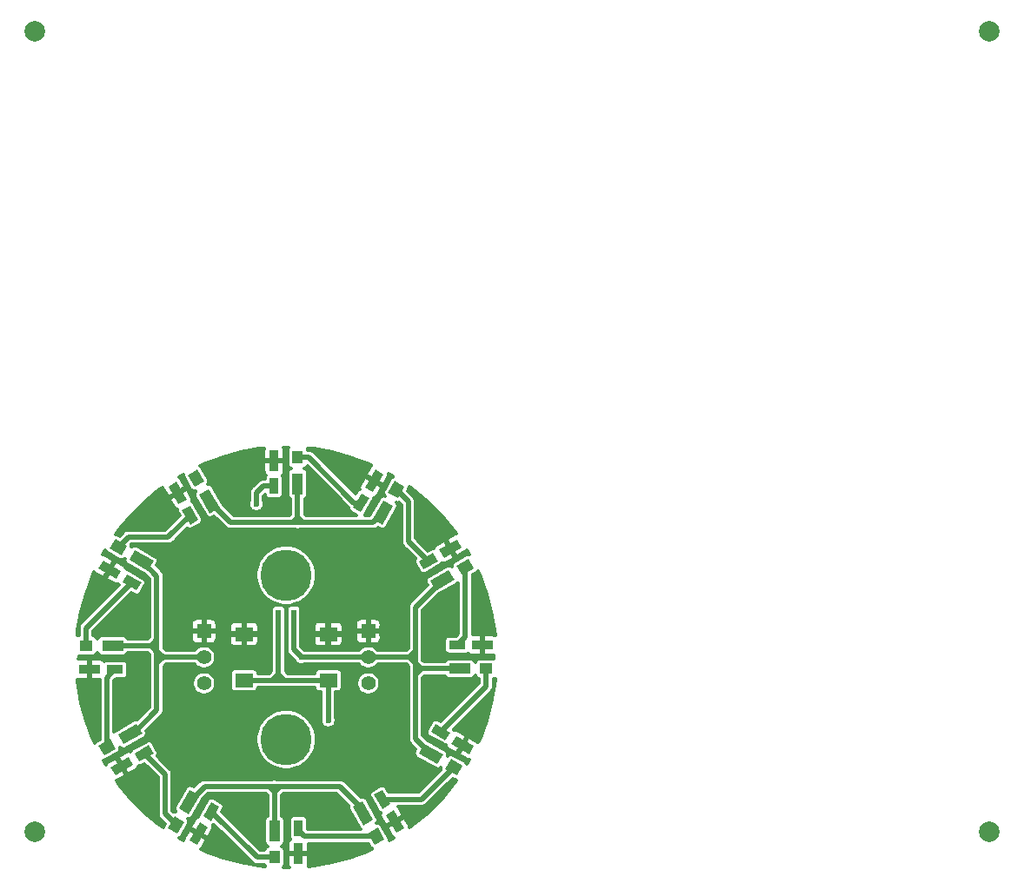
<source format=gbr>
G04 #@! TF.GenerationSoftware,KiCad,Pcbnew,(5.1.9)-1*
G04 #@! TF.CreationDate,2021-11-24T11:51:20+08:00*
G04 #@! TF.ProjectId,RGB-ring,5247422d-7269-46e6-972e-6b696361645f,rev?*
G04 #@! TF.SameCoordinates,Original*
G04 #@! TF.FileFunction,Copper,L1,Top*
G04 #@! TF.FilePolarity,Positive*
%FSLAX46Y46*%
G04 Gerber Fmt 4.6, Leading zero omitted, Abs format (unit mm)*
G04 Created by KiCad (PCBNEW (5.1.9)-1) date 2021-11-24 11:51:20*
%MOMM*%
%LPD*%
G01*
G04 APERTURE LIST*
G04 #@! TA.AperFunction,SMDPad,CuDef*
%ADD10R,0.500000X0.900000*%
G04 #@! TD*
G04 #@! TA.AperFunction,ComponentPad*
%ADD11C,5.000000*%
G04 #@! TD*
G04 #@! TA.AperFunction,SMDPad,CuDef*
%ADD12R,1.800000X1.400000*%
G04 #@! TD*
G04 #@! TA.AperFunction,ComponentPad*
%ADD13C,2.000000*%
G04 #@! TD*
G04 #@! TA.AperFunction,SMDPad,CuDef*
%ADD14C,0.200000*%
G04 #@! TD*
G04 #@! TA.AperFunction,SMDPad,CuDef*
%ADD15R,2.100000X1.100000*%
G04 #@! TD*
G04 #@! TA.AperFunction,SMDPad,CuDef*
%ADD16R,1.300000X1.100000*%
G04 #@! TD*
G04 #@! TA.AperFunction,SMDPad,CuDef*
%ADD17R,1.600000X0.900000*%
G04 #@! TD*
G04 #@! TA.AperFunction,SMDPad,CuDef*
%ADD18R,2.000000X0.900000*%
G04 #@! TD*
G04 #@! TA.AperFunction,SMDPad,CuDef*
%ADD19R,1.100000X2.100000*%
G04 #@! TD*
G04 #@! TA.AperFunction,SMDPad,CuDef*
%ADD20R,1.100000X1.300000*%
G04 #@! TD*
G04 #@! TA.AperFunction,SMDPad,CuDef*
%ADD21R,0.900000X1.600000*%
G04 #@! TD*
G04 #@! TA.AperFunction,SMDPad,CuDef*
%ADD22R,0.900000X2.000000*%
G04 #@! TD*
G04 #@! TA.AperFunction,ComponentPad*
%ADD23C,1.400000*%
G04 #@! TD*
G04 #@! TA.AperFunction,ComponentPad*
%ADD24R,1.400000X1.400000*%
G04 #@! TD*
G04 #@! TA.AperFunction,ViaPad*
%ADD25C,0.600000*%
G04 #@! TD*
G04 #@! TA.AperFunction,Conductor*
%ADD26C,0.500000*%
G04 #@! TD*
G04 #@! TA.AperFunction,Conductor*
%ADD27C,0.300000*%
G04 #@! TD*
G04 #@! TA.AperFunction,Conductor*
%ADD28C,0.200000*%
G04 #@! TD*
G04 APERTURE END LIST*
D10*
X101250000Y-88800000D03*
X102750000Y-88800000D03*
D11*
X102000000Y-85000000D03*
X102000000Y-101000000D03*
D12*
X106100000Y-95250000D03*
X97900000Y-95250000D03*
X106100000Y-90750000D03*
X97900000Y-90750000D03*
D13*
X170500000Y-110000000D03*
X170500000Y-32000000D03*
X77500000Y-32000000D03*
X77500000Y-110000000D03*
G04 #@! TA.AperFunction,SMDPad,CuDef*
D14*
G36*
X108483738Y-107581705D02*
G01*
X109436366Y-107031705D01*
X110486366Y-108850359D01*
X109533738Y-109400359D01*
X108483738Y-107581705D01*
G37*
G04 #@! TD.AperFunction*
G04 #@! TA.AperFunction,SMDPad,CuDef*
G36*
X113481621Y-109638294D02*
G01*
X112702199Y-110088294D01*
X111702199Y-108356244D01*
X112481621Y-107906244D01*
X113481621Y-109638294D01*
G37*
G04 #@! TD.AperFunction*
G04 #@! TA.AperFunction,SMDPad,CuDef*
G36*
X112150281Y-107312346D02*
G01*
X111370859Y-107762346D01*
X110570859Y-106376706D01*
X111350281Y-105926706D01*
X112150281Y-107312346D01*
G37*
G04 #@! TD.AperFunction*
G04 #@! TA.AperFunction,SMDPad,CuDef*
G36*
X109973738Y-110162461D02*
G01*
X110926366Y-109612461D01*
X111576366Y-110738295D01*
X110623738Y-111288295D01*
X109973738Y-110162461D01*
G37*
G04 #@! TD.AperFunction*
G04 #@! TA.AperFunction,SMDPad,CuDef*
G36*
X95516262Y-78418295D02*
G01*
X94563634Y-78968295D01*
X93513634Y-77149641D01*
X94466262Y-76599641D01*
X95516262Y-78418295D01*
G37*
G04 #@! TD.AperFunction*
G04 #@! TA.AperFunction,SMDPad,CuDef*
G36*
X94026262Y-75837539D02*
G01*
X93073634Y-76387539D01*
X92423634Y-75261705D01*
X93376262Y-74711705D01*
X94026262Y-75837539D01*
G37*
G04 #@! TD.AperFunction*
G04 #@! TA.AperFunction,SMDPad,CuDef*
G36*
X91849719Y-78687654D02*
G01*
X92629141Y-78237654D01*
X93429141Y-79623294D01*
X92649719Y-80073294D01*
X91849719Y-78687654D01*
G37*
G04 #@! TD.AperFunction*
G04 #@! TA.AperFunction,SMDPad,CuDef*
G36*
X90518379Y-76361706D02*
G01*
X91297801Y-75911706D01*
X92297801Y-77643756D01*
X91518379Y-78093756D01*
X90518379Y-76361706D01*
G37*
G04 #@! TD.AperFunction*
G04 #@! TA.AperFunction,SMDPad,CuDef*
G36*
X89088295Y-83623738D02*
G01*
X88538295Y-84576366D01*
X86719641Y-83526366D01*
X87269641Y-82573738D01*
X89088295Y-83623738D01*
G37*
G04 #@! TD.AperFunction*
G04 #@! TA.AperFunction,SMDPad,CuDef*
G36*
X86507539Y-82133738D02*
G01*
X85957539Y-83086366D01*
X84831705Y-82436366D01*
X85381705Y-81483738D01*
X86507539Y-82133738D01*
G37*
G04 #@! TD.AperFunction*
G04 #@! TA.AperFunction,SMDPad,CuDef*
G36*
X86047654Y-85690281D02*
G01*
X86497654Y-84910859D01*
X87883294Y-85710859D01*
X87433294Y-86490281D01*
X86047654Y-85690281D01*
G37*
G04 #@! TD.AperFunction*
G04 #@! TA.AperFunction,SMDPad,CuDef*
G36*
X83731706Y-84341621D02*
G01*
X84181706Y-83562199D01*
X85913756Y-84562199D01*
X85463756Y-85341621D01*
X83731706Y-84341621D01*
G37*
G04 #@! TD.AperFunction*
D15*
X85090000Y-91880000D03*
D16*
X82510000Y-91880000D03*
D17*
X85340000Y-94190000D03*
D18*
X82860000Y-94180000D03*
G04 #@! TA.AperFunction,SMDPad,CuDef*
D14*
G36*
X87418295Y-99483738D02*
G01*
X87968295Y-100436366D01*
X86149641Y-101486366D01*
X85599641Y-100533738D01*
X87418295Y-99483738D01*
G37*
G04 #@! TD.AperFunction*
G04 #@! TA.AperFunction,SMDPad,CuDef*
G36*
X84837539Y-100973738D02*
G01*
X85387539Y-101926366D01*
X84261705Y-102576366D01*
X83711705Y-101623738D01*
X84837539Y-100973738D01*
G37*
G04 #@! TD.AperFunction*
G04 #@! TA.AperFunction,SMDPad,CuDef*
G36*
X87687654Y-103150281D02*
G01*
X87237654Y-102370859D01*
X88623294Y-101570859D01*
X89073294Y-102350281D01*
X87687654Y-103150281D01*
G37*
G04 #@! TD.AperFunction*
G04 #@! TA.AperFunction,SMDPad,CuDef*
G36*
X85361706Y-104481621D02*
G01*
X84911706Y-103702199D01*
X86643756Y-102702199D01*
X87093756Y-103481621D01*
X85361706Y-104481621D01*
G37*
G04 #@! TD.AperFunction*
G04 #@! TA.AperFunction,SMDPad,CuDef*
G36*
X92623738Y-105911705D02*
G01*
X93576366Y-106461705D01*
X92526366Y-108280359D01*
X91573738Y-107730359D01*
X92623738Y-105911705D01*
G37*
G04 #@! TD.AperFunction*
G04 #@! TA.AperFunction,SMDPad,CuDef*
G36*
X91133738Y-108492461D02*
G01*
X92086366Y-109042461D01*
X91436366Y-110168295D01*
X90483738Y-109618295D01*
X91133738Y-108492461D01*
G37*
G04 #@! TD.AperFunction*
G04 #@! TA.AperFunction,SMDPad,CuDef*
G36*
X94690281Y-108952346D02*
G01*
X93910859Y-108502346D01*
X94710859Y-107116706D01*
X95490281Y-107566706D01*
X94690281Y-108952346D01*
G37*
G04 #@! TD.AperFunction*
G04 #@! TA.AperFunction,SMDPad,CuDef*
G36*
X93341621Y-111268294D02*
G01*
X92562199Y-110818294D01*
X93562199Y-109086244D01*
X94341621Y-109536244D01*
X93341621Y-111268294D01*
G37*
G04 #@! TD.AperFunction*
D19*
X100880000Y-109910000D03*
D20*
X100880000Y-112490000D03*
D21*
X103190000Y-109660000D03*
D22*
X103180000Y-112140000D03*
G04 #@! TA.AperFunction,SMDPad,CuDef*
D14*
G36*
X114911705Y-102376262D02*
G01*
X115461705Y-101423634D01*
X117280359Y-102473634D01*
X116730359Y-103426262D01*
X114911705Y-102376262D01*
G37*
G04 #@! TD.AperFunction*
G04 #@! TA.AperFunction,SMDPad,CuDef*
G36*
X117492461Y-103866262D02*
G01*
X118042461Y-102913634D01*
X119168295Y-103563634D01*
X118618295Y-104516262D01*
X117492461Y-103866262D01*
G37*
G04 #@! TD.AperFunction*
G04 #@! TA.AperFunction,SMDPad,CuDef*
G36*
X117952346Y-100309719D02*
G01*
X117502346Y-101089141D01*
X116116706Y-100289141D01*
X116566706Y-99509719D01*
X117952346Y-100309719D01*
G37*
G04 #@! TD.AperFunction*
G04 #@! TA.AperFunction,SMDPad,CuDef*
G36*
X120268294Y-101658379D02*
G01*
X119818294Y-102437801D01*
X118086244Y-101437801D01*
X118536244Y-100658379D01*
X120268294Y-101658379D01*
G37*
G04 #@! TD.AperFunction*
D15*
X118910000Y-94120000D03*
D16*
X121490000Y-94120000D03*
D17*
X118660000Y-91810000D03*
D18*
X121140000Y-91820000D03*
G04 #@! TA.AperFunction,SMDPad,CuDef*
D14*
G36*
X116581705Y-86516262D02*
G01*
X116031705Y-85563634D01*
X117850359Y-84513634D01*
X118400359Y-85466262D01*
X116581705Y-86516262D01*
G37*
G04 #@! TD.AperFunction*
G04 #@! TA.AperFunction,SMDPad,CuDef*
G36*
X119162461Y-85026262D02*
G01*
X118612461Y-84073634D01*
X119738295Y-83423634D01*
X120288295Y-84376262D01*
X119162461Y-85026262D01*
G37*
G04 #@! TD.AperFunction*
G04 #@! TA.AperFunction,SMDPad,CuDef*
G36*
X116312346Y-82849719D02*
G01*
X116762346Y-83629141D01*
X115376706Y-84429141D01*
X114926706Y-83649719D01*
X116312346Y-82849719D01*
G37*
G04 #@! TD.AperFunction*
G04 #@! TA.AperFunction,SMDPad,CuDef*
G36*
X118638294Y-81518379D02*
G01*
X119088294Y-82297801D01*
X117356244Y-83297801D01*
X116906244Y-82518379D01*
X118638294Y-81518379D01*
G37*
G04 #@! TD.AperFunction*
G04 #@! TA.AperFunction,SMDPad,CuDef*
G36*
X111376262Y-80088295D02*
G01*
X110423634Y-79538295D01*
X111473634Y-77719641D01*
X112426262Y-78269641D01*
X111376262Y-80088295D01*
G37*
G04 #@! TD.AperFunction*
G04 #@! TA.AperFunction,SMDPad,CuDef*
G36*
X112866262Y-77507539D02*
G01*
X111913634Y-76957539D01*
X112563634Y-75831705D01*
X113516262Y-76381705D01*
X112866262Y-77507539D01*
G37*
G04 #@! TD.AperFunction*
G04 #@! TA.AperFunction,SMDPad,CuDef*
G36*
X109309719Y-77047654D02*
G01*
X110089141Y-77497654D01*
X109289141Y-78883294D01*
X108509719Y-78433294D01*
X109309719Y-77047654D01*
G37*
G04 #@! TD.AperFunction*
G04 #@! TA.AperFunction,SMDPad,CuDef*
G36*
X110658379Y-74731706D02*
G01*
X111437801Y-75181706D01*
X110437801Y-76913756D01*
X109658379Y-76463756D01*
X110658379Y-74731706D01*
G37*
G04 #@! TD.AperFunction*
D19*
X103120000Y-76090000D03*
D20*
X103120000Y-73510000D03*
D21*
X100810000Y-76340000D03*
D22*
X100820000Y-73860000D03*
D23*
X110000000Y-95540000D03*
X110000000Y-93000000D03*
D24*
X110000000Y-90460000D03*
D23*
X94000000Y-95540000D03*
X94000000Y-93000000D03*
D24*
X94000000Y-90460000D03*
D25*
X97400000Y-75500000D03*
X107600000Y-74550000D03*
X105700000Y-109500000D03*
X105000000Y-112300000D03*
X120200000Y-99850000D03*
X114900000Y-108200000D03*
X94900000Y-111300000D03*
X88500000Y-105700000D03*
X83550000Y-85900000D03*
X83200000Y-96500000D03*
X88900000Y-78700000D03*
X115800000Y-79900000D03*
X116600000Y-89600000D03*
X121200000Y-89200000D03*
X105650000Y-76600000D03*
X118900000Y-96200000D03*
X103150000Y-79850000D03*
X103500000Y-93000000D03*
X100850000Y-105600000D03*
X106100000Y-99150000D03*
X99100000Y-78050000D03*
D26*
X95283601Y-78552621D02*
X94514948Y-77783968D01*
X96580980Y-79850000D02*
X95283601Y-78552621D01*
X111424948Y-78903968D02*
X110478916Y-79850000D01*
X110478916Y-79850000D02*
X106250000Y-79850000D01*
X103120000Y-79370000D02*
X103120000Y-76090000D01*
X106250000Y-79850000D02*
X103600000Y-79850000D01*
X103600000Y-79850000D02*
X103120000Y-79370000D01*
X102100000Y-79850000D02*
X102640000Y-79850000D01*
X102640000Y-79850000D02*
X103120000Y-79370000D01*
X102100000Y-79850000D02*
X96580980Y-79850000D01*
X96580980Y-79850000D02*
X94514948Y-77783968D01*
X94071084Y-105600000D02*
X92575052Y-107096032D01*
X109485052Y-108216032D02*
X109485052Y-107885052D01*
X109485052Y-107885052D02*
X107200000Y-105600000D01*
X107200000Y-105600000D02*
X104000000Y-105600000D01*
X100880000Y-106270000D02*
X100880000Y-109910000D01*
X99750000Y-105600000D02*
X94071084Y-105600000D01*
X100880000Y-106120000D02*
X100880000Y-106270000D01*
X104000000Y-105600000D02*
X101400000Y-105600000D01*
X101400000Y-105600000D02*
X100880000Y-106120000D01*
X100880000Y-106130000D02*
X100880000Y-106270000D01*
X99750000Y-105600000D02*
X100350000Y-105600000D01*
X100350000Y-105600000D02*
X100880000Y-106130000D01*
X114600000Y-100928916D02*
X116096032Y-102424948D01*
X117216032Y-85514948D02*
X114600000Y-88130980D01*
X115230000Y-94120000D02*
X118910000Y-94120000D01*
X115180000Y-94120000D02*
X115230000Y-94120000D01*
X114600000Y-96500000D02*
X114600000Y-94700000D01*
X114600000Y-94700000D02*
X115180000Y-94120000D01*
X115120000Y-94120000D02*
X115230000Y-94120000D01*
X114600000Y-92750000D02*
X114600000Y-93600000D01*
X114600000Y-93600000D02*
X115120000Y-94120000D01*
X89400000Y-85071084D02*
X87903968Y-83575052D01*
X86783968Y-100485052D02*
X87064948Y-100485052D01*
X87064948Y-100485052D02*
X89400000Y-98150000D01*
X88830000Y-91880000D02*
X85090000Y-91880000D01*
X89400000Y-94400000D02*
X89400000Y-92450000D01*
X89400000Y-92450000D02*
X88830000Y-91880000D01*
X89400000Y-91310000D02*
X88830000Y-91880000D01*
X89400000Y-90800000D02*
X89400000Y-91310000D01*
X89400000Y-94400000D02*
X89400000Y-90800000D01*
X89400000Y-90800000D02*
X89400000Y-85071084D01*
X89400000Y-98150000D02*
X89400000Y-94900000D01*
X89400000Y-94900000D02*
X89400000Y-94400000D01*
X90000000Y-93000000D02*
X94000000Y-93000000D01*
X89400000Y-94900000D02*
X89400000Y-93600000D01*
X89400000Y-93600000D02*
X90000000Y-93000000D01*
X89450000Y-92450000D02*
X90000000Y-93000000D01*
X89400000Y-92450000D02*
X89450000Y-92450000D01*
X114600000Y-92750000D02*
X114600000Y-94150000D01*
X114600000Y-94150000D02*
X114600000Y-96500000D01*
X114600000Y-96500000D02*
X114600000Y-100300000D01*
X114600000Y-100300000D02*
X114600000Y-100928916D01*
X100850000Y-105600000D02*
X99750000Y-105600000D01*
X104000000Y-105600000D02*
X100900000Y-105600000D01*
X103100000Y-79850000D02*
X103150000Y-79850000D01*
X103150000Y-79850000D02*
X102100000Y-79850000D01*
X106250000Y-79850000D02*
X103100000Y-79850000D01*
X110000000Y-93000000D02*
X103500000Y-93000000D01*
X114000000Y-93000000D02*
X110000000Y-93000000D01*
X114600000Y-94150000D02*
X114600000Y-93600000D01*
X114600000Y-93600000D02*
X114000000Y-93000000D01*
X114600000Y-92400000D02*
X114000000Y-93000000D01*
X114600000Y-88130980D02*
X114600000Y-91700000D01*
X114600000Y-91700000D02*
X114600000Y-92400000D01*
X114600000Y-91700000D02*
X114600000Y-92750000D01*
X100900000Y-105600000D02*
X100850000Y-105600000D01*
X102750000Y-92250000D02*
X103500000Y-93000000D01*
X102750000Y-92250000D02*
X102750000Y-88800000D01*
X106100000Y-99150000D02*
X106100000Y-95250000D01*
X101250000Y-94650000D02*
X101250000Y-88700000D01*
X106100000Y-95250000D02*
X101850000Y-95250000D01*
X101850000Y-95250000D02*
X101250000Y-94650000D01*
X99900000Y-95250000D02*
X100650000Y-95250000D01*
X100650000Y-95250000D02*
X101250000Y-94650000D01*
X97900000Y-95250000D02*
X99900000Y-95250000D01*
X99900000Y-95250000D02*
X106100000Y-95250000D01*
X99760000Y-76340000D02*
X100810000Y-76340000D01*
X99100000Y-78050000D02*
X99100000Y-77000000D01*
X99100000Y-77000000D02*
X99760000Y-76340000D01*
X108779816Y-77965474D02*
X109299430Y-77965474D01*
X108625474Y-77965474D02*
X108779816Y-77965474D01*
X104170000Y-73510000D02*
X108625474Y-77965474D01*
X103120000Y-73510000D02*
X104170000Y-73510000D01*
X115844526Y-83639430D02*
X113900000Y-81694904D01*
X113900000Y-77854674D02*
X112714948Y-76669622D01*
X113900000Y-81694904D02*
X113900000Y-77854674D01*
X121490000Y-95843956D02*
X121490000Y-94120000D01*
X117034526Y-100299430D02*
X121490000Y-95843956D01*
X115200800Y-106844526D02*
X118330378Y-103714948D01*
X111360570Y-106844526D02*
X115200800Y-106844526D01*
X103775378Y-110450378D02*
X110139967Y-110450378D01*
X103190000Y-109660000D02*
X103190000Y-109865000D01*
X110139967Y-110450378D02*
X110775052Y-110450378D01*
X103190000Y-109865000D02*
X103775378Y-110450378D01*
X84549622Y-94980378D02*
X84549622Y-101775052D01*
X85340000Y-94190000D02*
X84549622Y-94980378D01*
X82510000Y-90156044D02*
X86965474Y-85700570D01*
X82510000Y-91880000D02*
X82510000Y-90156044D01*
X118660000Y-91810000D02*
X119450378Y-91019622D01*
X119450378Y-84860033D02*
X119450378Y-84224948D01*
X119450378Y-91019622D02*
X119450378Y-84860033D01*
X99156044Y-112490000D02*
X100880000Y-112490000D01*
X94700570Y-108034526D02*
X99156044Y-112490000D01*
X90200000Y-108245326D02*
X91285052Y-109330378D01*
X90200000Y-104400000D02*
X90200000Y-108245326D01*
X88155474Y-102360570D02*
X88160570Y-102360570D01*
X88160570Y-102360570D02*
X90200000Y-104400000D01*
X92639430Y-79160570D02*
X92639430Y-79155474D01*
X90500000Y-81300000D02*
X92639430Y-79160570D01*
X85669622Y-82285052D02*
X86654674Y-81300000D01*
X86654674Y-81300000D02*
X90500000Y-81300000D01*
D27*
X108054558Y-107444508D02*
X108046969Y-107464673D01*
X108032529Y-107552131D01*
X108035429Y-107640726D01*
X108055558Y-107727052D01*
X108092141Y-107807793D01*
X109142141Y-109626447D01*
X109193773Y-109698500D01*
X109249163Y-109750378D01*
X104092177Y-109750378D01*
X104092177Y-108860000D01*
X104083489Y-108771785D01*
X104057757Y-108686959D01*
X104015971Y-108608784D01*
X103959737Y-108540263D01*
X103891216Y-108484029D01*
X103813041Y-108442243D01*
X103728215Y-108416511D01*
X103640000Y-108407823D01*
X102740000Y-108407823D01*
X102651785Y-108416511D01*
X102566959Y-108442243D01*
X102488784Y-108484029D01*
X102420263Y-108540263D01*
X102364029Y-108608784D01*
X102322243Y-108686959D01*
X102296511Y-108771785D01*
X102287823Y-108860000D01*
X102287823Y-110460000D01*
X102296511Y-110548215D01*
X102322243Y-110633041D01*
X102364029Y-110711216D01*
X102372672Y-110721748D01*
X102339210Y-110749210D01*
X102270479Y-110832958D01*
X102219408Y-110928506D01*
X102187958Y-111032181D01*
X102177339Y-111140000D01*
X102180000Y-111902500D01*
X102317500Y-112040000D01*
X103080000Y-112040000D01*
X103080000Y-112020000D01*
X103280000Y-112020000D01*
X103280000Y-112040000D01*
X104042500Y-112040000D01*
X104180000Y-111902500D01*
X104182625Y-111150378D01*
X110021983Y-111150378D01*
X110232141Y-111514383D01*
X110283773Y-111586436D01*
X110348470Y-111647031D01*
X110376200Y-111664274D01*
X109835443Y-111916433D01*
X108156951Y-112527355D01*
X106431601Y-112989661D01*
X104672524Y-113299834D01*
X104142188Y-113346232D01*
X104172042Y-113247819D01*
X104182661Y-113140000D01*
X104180000Y-112377500D01*
X104042500Y-112240000D01*
X103280000Y-112240000D01*
X103280000Y-112260000D01*
X103080000Y-112260000D01*
X103080000Y-112240000D01*
X102317500Y-112240000D01*
X102180000Y-112377500D01*
X102177339Y-113140000D01*
X102187958Y-113247819D01*
X102219408Y-113351494D01*
X102270479Y-113447042D01*
X102277430Y-113455512D01*
X101753204Y-113455512D01*
X101805971Y-113391216D01*
X101847757Y-113313041D01*
X101873489Y-113228215D01*
X101882177Y-113140000D01*
X101882177Y-111840000D01*
X101873489Y-111751785D01*
X101847757Y-111666959D01*
X101805971Y-111588784D01*
X101749737Y-111520263D01*
X101681216Y-111464029D01*
X101603041Y-111422243D01*
X101529717Y-111400000D01*
X101603041Y-111377757D01*
X101681216Y-111335971D01*
X101749737Y-111279737D01*
X101805971Y-111211216D01*
X101847757Y-111133041D01*
X101873489Y-111048215D01*
X101882177Y-110960000D01*
X101882177Y-108860000D01*
X101873489Y-108771785D01*
X101847757Y-108686959D01*
X101805971Y-108608784D01*
X101749737Y-108540263D01*
X101681216Y-108484029D01*
X101603041Y-108442243D01*
X101580000Y-108435254D01*
X101580000Y-106409949D01*
X101689950Y-106300000D01*
X106910051Y-106300000D01*
X108054558Y-107444508D01*
G04 #@! TA.AperFunction,Conductor*
D28*
G36*
X108054558Y-107444508D02*
G01*
X108046969Y-107464673D01*
X108032529Y-107552131D01*
X108035429Y-107640726D01*
X108055558Y-107727052D01*
X108092141Y-107807793D01*
X109142141Y-109626447D01*
X109193773Y-109698500D01*
X109249163Y-109750378D01*
X104092177Y-109750378D01*
X104092177Y-108860000D01*
X104083489Y-108771785D01*
X104057757Y-108686959D01*
X104015971Y-108608784D01*
X103959737Y-108540263D01*
X103891216Y-108484029D01*
X103813041Y-108442243D01*
X103728215Y-108416511D01*
X103640000Y-108407823D01*
X102740000Y-108407823D01*
X102651785Y-108416511D01*
X102566959Y-108442243D01*
X102488784Y-108484029D01*
X102420263Y-108540263D01*
X102364029Y-108608784D01*
X102322243Y-108686959D01*
X102296511Y-108771785D01*
X102287823Y-108860000D01*
X102287823Y-110460000D01*
X102296511Y-110548215D01*
X102322243Y-110633041D01*
X102364029Y-110711216D01*
X102372672Y-110721748D01*
X102339210Y-110749210D01*
X102270479Y-110832958D01*
X102219408Y-110928506D01*
X102187958Y-111032181D01*
X102177339Y-111140000D01*
X102180000Y-111902500D01*
X102317500Y-112040000D01*
X103080000Y-112040000D01*
X103080000Y-112020000D01*
X103280000Y-112020000D01*
X103280000Y-112040000D01*
X104042500Y-112040000D01*
X104180000Y-111902500D01*
X104182625Y-111150378D01*
X110021983Y-111150378D01*
X110232141Y-111514383D01*
X110283773Y-111586436D01*
X110348470Y-111647031D01*
X110376200Y-111664274D01*
X109835443Y-111916433D01*
X108156951Y-112527355D01*
X106431601Y-112989661D01*
X104672524Y-113299834D01*
X104142188Y-113346232D01*
X104172042Y-113247819D01*
X104182661Y-113140000D01*
X104180000Y-112377500D01*
X104042500Y-112240000D01*
X103280000Y-112240000D01*
X103280000Y-112260000D01*
X103080000Y-112260000D01*
X103080000Y-112240000D01*
X102317500Y-112240000D01*
X102180000Y-112377500D01*
X102177339Y-113140000D01*
X102187958Y-113247819D01*
X102219408Y-113351494D01*
X102270479Y-113447042D01*
X102277430Y-113455512D01*
X101753204Y-113455512D01*
X101805971Y-113391216D01*
X101847757Y-113313041D01*
X101873489Y-113228215D01*
X101882177Y-113140000D01*
X101882177Y-111840000D01*
X101873489Y-111751785D01*
X101847757Y-111666959D01*
X101805971Y-111588784D01*
X101749737Y-111520263D01*
X101681216Y-111464029D01*
X101603041Y-111422243D01*
X101529717Y-111400000D01*
X101603041Y-111377757D01*
X101681216Y-111335971D01*
X101749737Y-111279737D01*
X101805971Y-111211216D01*
X101847757Y-111133041D01*
X101873489Y-111048215D01*
X101882177Y-110960000D01*
X101882177Y-108860000D01*
X101873489Y-108771785D01*
X101847757Y-108686959D01*
X101805971Y-108608784D01*
X101749737Y-108540263D01*
X101681216Y-108484029D01*
X101603041Y-108442243D01*
X101580000Y-108435254D01*
X101580000Y-106409949D01*
X101689950Y-106300000D01*
X106910051Y-106300000D01*
X108054558Y-107444508D01*
G37*
G04 #@! TD.AperFunction*
D27*
X100180000Y-106419950D02*
X100180001Y-108435253D01*
X100156959Y-108442243D01*
X100078784Y-108484029D01*
X100010263Y-108540263D01*
X99954029Y-108608784D01*
X99912243Y-108686959D01*
X99886511Y-108771785D01*
X99877823Y-108860000D01*
X99877823Y-110960000D01*
X99886511Y-111048215D01*
X99912243Y-111133041D01*
X99954029Y-111211216D01*
X100010263Y-111279737D01*
X100078784Y-111335971D01*
X100156959Y-111377757D01*
X100230283Y-111400000D01*
X100156959Y-111422243D01*
X100078784Y-111464029D01*
X100010263Y-111520263D01*
X99954029Y-111588784D01*
X99912243Y-111666959D01*
X99886511Y-111751785D01*
X99882747Y-111790000D01*
X99445994Y-111790000D01*
X95723356Y-108067363D01*
X95881878Y-107792795D01*
X95918461Y-107712054D01*
X95938590Y-107625727D01*
X95941490Y-107537132D01*
X95927050Y-107449674D01*
X95895826Y-107366713D01*
X95849017Y-107291438D01*
X95788422Y-107226741D01*
X95716370Y-107175109D01*
X94936948Y-106725109D01*
X94856207Y-106688526D01*
X94769880Y-106668397D01*
X94681285Y-106665497D01*
X94593827Y-106679937D01*
X94510866Y-106711161D01*
X94435591Y-106757970D01*
X94370894Y-106818565D01*
X94319262Y-106890617D01*
X93519262Y-108276257D01*
X93482679Y-108356998D01*
X93462550Y-108443325D01*
X93459650Y-108531920D01*
X93461870Y-108545363D01*
X93419160Y-108552415D01*
X93317763Y-108590577D01*
X93225760Y-108647788D01*
X93146686Y-108721849D01*
X93083580Y-108809913D01*
X92704635Y-109471588D01*
X92754963Y-109659416D01*
X93415307Y-110040666D01*
X93425307Y-110023346D01*
X93598513Y-110123346D01*
X93588513Y-110140666D01*
X94248857Y-110521916D01*
X94436685Y-110471588D01*
X94820240Y-109812574D01*
X94864953Y-109713891D01*
X94889554Y-109608380D01*
X94893099Y-109500098D01*
X94875450Y-109393205D01*
X94865648Y-109367160D01*
X94890274Y-109357891D01*
X94965549Y-109311082D01*
X94976717Y-109300622D01*
X98636753Y-112960659D01*
X98658674Y-112987370D01*
X98765263Y-113074845D01*
X98886869Y-113139845D01*
X99018820Y-113179872D01*
X99121654Y-113190000D01*
X99121657Y-113190000D01*
X99156044Y-113193387D01*
X99190431Y-113190000D01*
X99882747Y-113190000D01*
X99886511Y-113228215D01*
X99912243Y-113313041D01*
X99933525Y-113352856D01*
X99327476Y-113299834D01*
X97568399Y-112989661D01*
X95843049Y-112527355D01*
X94164557Y-111916433D01*
X93690302Y-111695284D01*
X93757134Y-111632689D01*
X93820240Y-111544625D01*
X94199185Y-110882950D01*
X94148857Y-110695122D01*
X93488513Y-110313872D01*
X93478513Y-110331192D01*
X93305307Y-110231192D01*
X93315307Y-110213872D01*
X92654963Y-109832622D01*
X92467135Y-109882950D01*
X92083580Y-110541964D01*
X92038867Y-110640647D01*
X92014266Y-110746158D01*
X92010778Y-110852711D01*
X91570616Y-110598584D01*
X91636359Y-110573840D01*
X91711634Y-110527031D01*
X91776331Y-110466436D01*
X91827963Y-110394383D01*
X92477963Y-109268549D01*
X92514546Y-109187809D01*
X92534675Y-109101482D01*
X92537575Y-109012887D01*
X92523135Y-108925429D01*
X92491911Y-108842468D01*
X92445102Y-108767193D01*
X92392723Y-108711268D01*
X92467345Y-108728668D01*
X92555940Y-108731568D01*
X92643398Y-108717128D01*
X92726359Y-108685904D01*
X92801634Y-108639095D01*
X92866331Y-108578500D01*
X92917963Y-108506447D01*
X93960754Y-106700280D01*
X94361034Y-106300000D01*
X100060051Y-106300000D01*
X100180000Y-106419950D01*
G04 #@! TA.AperFunction,Conductor*
D28*
G36*
X100180000Y-106419950D02*
G01*
X100180001Y-108435253D01*
X100156959Y-108442243D01*
X100078784Y-108484029D01*
X100010263Y-108540263D01*
X99954029Y-108608784D01*
X99912243Y-108686959D01*
X99886511Y-108771785D01*
X99877823Y-108860000D01*
X99877823Y-110960000D01*
X99886511Y-111048215D01*
X99912243Y-111133041D01*
X99954029Y-111211216D01*
X100010263Y-111279737D01*
X100078784Y-111335971D01*
X100156959Y-111377757D01*
X100230283Y-111400000D01*
X100156959Y-111422243D01*
X100078784Y-111464029D01*
X100010263Y-111520263D01*
X99954029Y-111588784D01*
X99912243Y-111666959D01*
X99886511Y-111751785D01*
X99882747Y-111790000D01*
X99445994Y-111790000D01*
X95723356Y-108067363D01*
X95881878Y-107792795D01*
X95918461Y-107712054D01*
X95938590Y-107625727D01*
X95941490Y-107537132D01*
X95927050Y-107449674D01*
X95895826Y-107366713D01*
X95849017Y-107291438D01*
X95788422Y-107226741D01*
X95716370Y-107175109D01*
X94936948Y-106725109D01*
X94856207Y-106688526D01*
X94769880Y-106668397D01*
X94681285Y-106665497D01*
X94593827Y-106679937D01*
X94510866Y-106711161D01*
X94435591Y-106757970D01*
X94370894Y-106818565D01*
X94319262Y-106890617D01*
X93519262Y-108276257D01*
X93482679Y-108356998D01*
X93462550Y-108443325D01*
X93459650Y-108531920D01*
X93461870Y-108545363D01*
X93419160Y-108552415D01*
X93317763Y-108590577D01*
X93225760Y-108647788D01*
X93146686Y-108721849D01*
X93083580Y-108809913D01*
X92704635Y-109471588D01*
X92754963Y-109659416D01*
X93415307Y-110040666D01*
X93425307Y-110023346D01*
X93598513Y-110123346D01*
X93588513Y-110140666D01*
X94248857Y-110521916D01*
X94436685Y-110471588D01*
X94820240Y-109812574D01*
X94864953Y-109713891D01*
X94889554Y-109608380D01*
X94893099Y-109500098D01*
X94875450Y-109393205D01*
X94865648Y-109367160D01*
X94890274Y-109357891D01*
X94965549Y-109311082D01*
X94976717Y-109300622D01*
X98636753Y-112960659D01*
X98658674Y-112987370D01*
X98765263Y-113074845D01*
X98886869Y-113139845D01*
X99018820Y-113179872D01*
X99121654Y-113190000D01*
X99121657Y-113190000D01*
X99156044Y-113193387D01*
X99190431Y-113190000D01*
X99882747Y-113190000D01*
X99886511Y-113228215D01*
X99912243Y-113313041D01*
X99933525Y-113352856D01*
X99327476Y-113299834D01*
X97568399Y-112989661D01*
X95843049Y-112527355D01*
X94164557Y-111916433D01*
X93690302Y-111695284D01*
X93757134Y-111632689D01*
X93820240Y-111544625D01*
X94199185Y-110882950D01*
X94148857Y-110695122D01*
X93488513Y-110313872D01*
X93478513Y-110331192D01*
X93305307Y-110231192D01*
X93315307Y-110213872D01*
X92654963Y-109832622D01*
X92467135Y-109882950D01*
X92083580Y-110541964D01*
X92038867Y-110640647D01*
X92014266Y-110746158D01*
X92010778Y-110852711D01*
X91570616Y-110598584D01*
X91636359Y-110573840D01*
X91711634Y-110527031D01*
X91776331Y-110466436D01*
X91827963Y-110394383D01*
X92477963Y-109268549D01*
X92514546Y-109187809D01*
X92534675Y-109101482D01*
X92537575Y-109012887D01*
X92523135Y-108925429D01*
X92491911Y-108842468D01*
X92445102Y-108767193D01*
X92392723Y-108711268D01*
X92467345Y-108728668D01*
X92555940Y-108731568D01*
X92643398Y-108717128D01*
X92726359Y-108685904D01*
X92801634Y-108639095D01*
X92866331Y-108578500D01*
X92917963Y-108506447D01*
X93960754Y-106700280D01*
X94361034Y-106300000D01*
X100060051Y-106300000D01*
X100180000Y-106419950D01*
G37*
G04 #@! TD.AperFunction*
D27*
X91972425Y-75232131D02*
X91975325Y-75320726D01*
X91995454Y-75407052D01*
X92032037Y-75487793D01*
X92682037Y-76613627D01*
X92733669Y-76685680D01*
X92798366Y-76746275D01*
X92873641Y-76793084D01*
X92956602Y-76824308D01*
X93044060Y-76838748D01*
X93132655Y-76835848D01*
X93207277Y-76818448D01*
X93154898Y-76874373D01*
X93108089Y-76949648D01*
X93076865Y-77032609D01*
X93062425Y-77120067D01*
X93065325Y-77208662D01*
X93085454Y-77294988D01*
X93122037Y-77375729D01*
X94172037Y-79194383D01*
X94223669Y-79266436D01*
X94288366Y-79327031D01*
X94363641Y-79373840D01*
X94446602Y-79405064D01*
X94534060Y-79419504D01*
X94622655Y-79416604D01*
X94708982Y-79396475D01*
X94789722Y-79359892D01*
X94987015Y-79245985D01*
X96061688Y-80320658D01*
X96083610Y-80347370D01*
X96110321Y-80369291D01*
X96110322Y-80369292D01*
X96190198Y-80434845D01*
X96300570Y-80493840D01*
X96311805Y-80499845D01*
X96443756Y-80539872D01*
X96546590Y-80550000D01*
X96546592Y-80550000D01*
X96580979Y-80553387D01*
X96580980Y-80553387D01*
X96615367Y-80550000D01*
X102605613Y-80550000D01*
X102640000Y-80553387D01*
X102674387Y-80550000D01*
X102880105Y-80550000D01*
X102931233Y-80571178D01*
X103076131Y-80600000D01*
X103223869Y-80600000D01*
X103368767Y-80571178D01*
X103419895Y-80550000D01*
X103565610Y-80550000D01*
X103600000Y-80553387D01*
X103634390Y-80550000D01*
X110444529Y-80550000D01*
X110478916Y-80553387D01*
X110513303Y-80550000D01*
X110513306Y-80550000D01*
X110616140Y-80539872D01*
X110748091Y-80499845D01*
X110869697Y-80434845D01*
X110953305Y-80366230D01*
X111150174Y-80479892D01*
X111230915Y-80516475D01*
X111317241Y-80536604D01*
X111405836Y-80539504D01*
X111493294Y-80525064D01*
X111576255Y-80493840D01*
X111651530Y-80447031D01*
X111716227Y-80386436D01*
X111767859Y-80314383D01*
X112817859Y-78495729D01*
X112854442Y-78414989D01*
X112874571Y-78328662D01*
X112877471Y-78240067D01*
X112863031Y-78152609D01*
X112831807Y-78069648D01*
X112784998Y-77994373D01*
X112732619Y-77938448D01*
X112807241Y-77955848D01*
X112895836Y-77958748D01*
X112983294Y-77944308D01*
X112995202Y-77939826D01*
X113200001Y-78144625D01*
X113200000Y-81660517D01*
X113196613Y-81694904D01*
X113200000Y-81729291D01*
X113200000Y-81729293D01*
X113210128Y-81832127D01*
X113250155Y-81964078D01*
X113315155Y-82085685D01*
X113380708Y-82165561D01*
X113402630Y-82192273D01*
X113429343Y-82214196D01*
X114578430Y-83363283D01*
X114567970Y-83374451D01*
X114521161Y-83449726D01*
X114489937Y-83532687D01*
X114475497Y-83620145D01*
X114478397Y-83708740D01*
X114498526Y-83795067D01*
X114535109Y-83875808D01*
X114985109Y-84655230D01*
X115036741Y-84727282D01*
X115101438Y-84787877D01*
X115176713Y-84834686D01*
X115259674Y-84865910D01*
X115347132Y-84880350D01*
X115435727Y-84877450D01*
X115522054Y-84857321D01*
X115602795Y-84820738D01*
X116988435Y-84020738D01*
X117060487Y-83969106D01*
X117121082Y-83904409D01*
X117167891Y-83829134D01*
X117172691Y-83816382D01*
X117213205Y-83831630D01*
X117320098Y-83849279D01*
X117428380Y-83845734D01*
X117533891Y-83821133D01*
X117632574Y-83776420D01*
X118291588Y-83392865D01*
X118341916Y-83205037D01*
X117960666Y-82544693D01*
X117943346Y-82554693D01*
X117843346Y-82381487D01*
X117860666Y-82371487D01*
X117479416Y-81711143D01*
X117291588Y-81660815D01*
X116629913Y-82039760D01*
X116541849Y-82102866D01*
X116467788Y-82181940D01*
X116410577Y-82273943D01*
X116372415Y-82375340D01*
X116367882Y-82402796D01*
X116341920Y-82398510D01*
X116253325Y-82401410D01*
X116166998Y-82421539D01*
X116086257Y-82458122D01*
X115811689Y-82616644D01*
X114600000Y-81404955D01*
X114600000Y-77889064D01*
X114603387Y-77854674D01*
X114589872Y-77717450D01*
X114549845Y-77585499D01*
X114484845Y-77463893D01*
X114419292Y-77384016D01*
X114419291Y-77384015D01*
X114397370Y-77357304D01*
X114370658Y-77335382D01*
X113810939Y-76775663D01*
X113907859Y-76607793D01*
X113944442Y-76527053D01*
X113964571Y-76440726D01*
X113965679Y-76406889D01*
X114464390Y-76756090D01*
X115832710Y-77904247D01*
X117095753Y-79167290D01*
X118243910Y-80535610D01*
X118550880Y-80974008D01*
X118460647Y-80995047D01*
X118361964Y-81039760D01*
X117702950Y-81423315D01*
X117652622Y-81611143D01*
X118033872Y-82271487D01*
X118051192Y-82261487D01*
X118151192Y-82434693D01*
X118133872Y-82444693D01*
X118515122Y-83105037D01*
X118702950Y-83155365D01*
X119364625Y-82776420D01*
X119452689Y-82713314D01*
X119526750Y-82634240D01*
X119583047Y-82543706D01*
X119837175Y-82983868D01*
X119767869Y-82972425D01*
X119679274Y-82975325D01*
X119592948Y-82995454D01*
X119512207Y-83032037D01*
X118386373Y-83682037D01*
X118314320Y-83733669D01*
X118253725Y-83798366D01*
X118206916Y-83873641D01*
X118175692Y-83956602D01*
X118161252Y-84044060D01*
X118164152Y-84132655D01*
X118181552Y-84207277D01*
X118125627Y-84154898D01*
X118050352Y-84108089D01*
X117967391Y-84076865D01*
X117879933Y-84062425D01*
X117791338Y-84065325D01*
X117705012Y-84085454D01*
X117624271Y-84122037D01*
X115805617Y-85172037D01*
X115733564Y-85223669D01*
X115672969Y-85288366D01*
X115626160Y-85363641D01*
X115594936Y-85446602D01*
X115580496Y-85534060D01*
X115583396Y-85622655D01*
X115603525Y-85708982D01*
X115640108Y-85789722D01*
X115754015Y-85987015D01*
X114129343Y-87611688D01*
X114102630Y-87633611D01*
X114080709Y-87660322D01*
X114080708Y-87660323D01*
X114015155Y-87740199D01*
X113963610Y-87836633D01*
X113950155Y-87861806D01*
X113910128Y-87993757D01*
X113900000Y-88096590D01*
X113896613Y-88130980D01*
X113900000Y-88165367D01*
X113900001Y-91665601D01*
X113900000Y-91665611D01*
X113900000Y-92110050D01*
X113710051Y-92300000D01*
X110915368Y-92300000D01*
X110893263Y-92266918D01*
X110733082Y-92106737D01*
X110544729Y-91980884D01*
X110335443Y-91894194D01*
X110113265Y-91850000D01*
X109886735Y-91850000D01*
X109664557Y-91894194D01*
X109455271Y-91980884D01*
X109266918Y-92106737D01*
X109106737Y-92266918D01*
X109084632Y-92300000D01*
X103789950Y-92300000D01*
X103450000Y-91960051D01*
X103450000Y-91450000D01*
X104647339Y-91450000D01*
X104657958Y-91557819D01*
X104689408Y-91661494D01*
X104740479Y-91757042D01*
X104809210Y-91840790D01*
X104892958Y-91909521D01*
X104988506Y-91960592D01*
X105092181Y-91992042D01*
X105200000Y-92002661D01*
X105862500Y-92000000D01*
X106000000Y-91862500D01*
X106000000Y-90850000D01*
X106200000Y-90850000D01*
X106200000Y-91862500D01*
X106337500Y-92000000D01*
X107000000Y-92002661D01*
X107107819Y-91992042D01*
X107211494Y-91960592D01*
X107307042Y-91909521D01*
X107390790Y-91840790D01*
X107459521Y-91757042D01*
X107510592Y-91661494D01*
X107542042Y-91557819D01*
X107552661Y-91450000D01*
X107550993Y-91160000D01*
X108747339Y-91160000D01*
X108757958Y-91267819D01*
X108789408Y-91371494D01*
X108840479Y-91467042D01*
X108909210Y-91550790D01*
X108992958Y-91619521D01*
X109088506Y-91670592D01*
X109192181Y-91702042D01*
X109300000Y-91712661D01*
X109762500Y-91710000D01*
X109900000Y-91572500D01*
X109900000Y-90560000D01*
X110100000Y-90560000D01*
X110100000Y-91572500D01*
X110237500Y-91710000D01*
X110700000Y-91712661D01*
X110807819Y-91702042D01*
X110911494Y-91670592D01*
X111007042Y-91619521D01*
X111090790Y-91550790D01*
X111159521Y-91467042D01*
X111210592Y-91371494D01*
X111242042Y-91267819D01*
X111252661Y-91160000D01*
X111250000Y-90697500D01*
X111112500Y-90560000D01*
X110100000Y-90560000D01*
X109900000Y-90560000D01*
X108887500Y-90560000D01*
X108750000Y-90697500D01*
X108747339Y-91160000D01*
X107550993Y-91160000D01*
X107550000Y-90987500D01*
X107412500Y-90850000D01*
X106200000Y-90850000D01*
X106000000Y-90850000D01*
X104787500Y-90850000D01*
X104650000Y-90987500D01*
X104647339Y-91450000D01*
X103450000Y-91450000D01*
X103450000Y-90050000D01*
X104647339Y-90050000D01*
X104650000Y-90512500D01*
X104787500Y-90650000D01*
X106000000Y-90650000D01*
X106000000Y-89637500D01*
X106200000Y-89637500D01*
X106200000Y-90650000D01*
X107412500Y-90650000D01*
X107550000Y-90512500D01*
X107552661Y-90050000D01*
X107542042Y-89942181D01*
X107510592Y-89838506D01*
X107468631Y-89760000D01*
X108747339Y-89760000D01*
X108750000Y-90222500D01*
X108887500Y-90360000D01*
X109900000Y-90360000D01*
X109900000Y-89347500D01*
X110100000Y-89347500D01*
X110100000Y-90360000D01*
X111112500Y-90360000D01*
X111250000Y-90222500D01*
X111252661Y-89760000D01*
X111242042Y-89652181D01*
X111210592Y-89548506D01*
X111159521Y-89452958D01*
X111090790Y-89369210D01*
X111007042Y-89300479D01*
X110911494Y-89249408D01*
X110807819Y-89217958D01*
X110700000Y-89207339D01*
X110237500Y-89210000D01*
X110100000Y-89347500D01*
X109900000Y-89347500D01*
X109762500Y-89210000D01*
X109300000Y-89207339D01*
X109192181Y-89217958D01*
X109088506Y-89249408D01*
X108992958Y-89300479D01*
X108909210Y-89369210D01*
X108840479Y-89452958D01*
X108789408Y-89548506D01*
X108757958Y-89652181D01*
X108747339Y-89760000D01*
X107468631Y-89760000D01*
X107459521Y-89742958D01*
X107390790Y-89659210D01*
X107307042Y-89590479D01*
X107211494Y-89539408D01*
X107107819Y-89507958D01*
X107000000Y-89497339D01*
X106337500Y-89500000D01*
X106200000Y-89637500D01*
X106000000Y-89637500D01*
X105862500Y-89500000D01*
X105200000Y-89497339D01*
X105092181Y-89507958D01*
X104988506Y-89539408D01*
X104892958Y-89590479D01*
X104809210Y-89659210D01*
X104740479Y-89742958D01*
X104689408Y-89838506D01*
X104657958Y-89942181D01*
X104647339Y-90050000D01*
X103450000Y-90050000D01*
X103450000Y-89272105D01*
X103452177Y-89250000D01*
X103452177Y-88350000D01*
X103443489Y-88261785D01*
X103417757Y-88176959D01*
X103375971Y-88098784D01*
X103319737Y-88030263D01*
X103251216Y-87974029D01*
X103173041Y-87932243D01*
X103088215Y-87906511D01*
X103000000Y-87897823D01*
X102552861Y-87897823D01*
X102860483Y-87836633D01*
X103397349Y-87614256D01*
X103880516Y-87291415D01*
X104291415Y-86880516D01*
X104614256Y-86397349D01*
X104836633Y-85860483D01*
X104950000Y-85290550D01*
X104950000Y-84709450D01*
X104836633Y-84139517D01*
X104614256Y-83602651D01*
X104291415Y-83119484D01*
X103880516Y-82708585D01*
X103397349Y-82385744D01*
X102860483Y-82163367D01*
X102290550Y-82050000D01*
X101709450Y-82050000D01*
X101139517Y-82163367D01*
X100602651Y-82385744D01*
X100119484Y-82708585D01*
X99708585Y-83119484D01*
X99385744Y-83602651D01*
X99163367Y-84139517D01*
X99050000Y-84709450D01*
X99050000Y-85290550D01*
X99163367Y-85860483D01*
X99385744Y-86397349D01*
X99708585Y-86880516D01*
X100119484Y-87291415D01*
X100602651Y-87614256D01*
X101139517Y-87836633D01*
X101447139Y-87897823D01*
X101000000Y-87897823D01*
X100911785Y-87906511D01*
X100826959Y-87932243D01*
X100748784Y-87974029D01*
X100680263Y-88030263D01*
X100624029Y-88098784D01*
X100582243Y-88176959D01*
X100556511Y-88261785D01*
X100547823Y-88350000D01*
X100547823Y-89250000D01*
X100550001Y-89272114D01*
X100550000Y-94360050D01*
X100360051Y-94550000D01*
X99252177Y-94550000D01*
X99243489Y-94461785D01*
X99217757Y-94376959D01*
X99175971Y-94298784D01*
X99119737Y-94230263D01*
X99051216Y-94174029D01*
X98973041Y-94132243D01*
X98888215Y-94106511D01*
X98800000Y-94097823D01*
X97000000Y-94097823D01*
X96911785Y-94106511D01*
X96826959Y-94132243D01*
X96748784Y-94174029D01*
X96680263Y-94230263D01*
X96624029Y-94298784D01*
X96582243Y-94376959D01*
X96556511Y-94461785D01*
X96547823Y-94550000D01*
X96547823Y-95950000D01*
X96556511Y-96038215D01*
X96582243Y-96123041D01*
X96624029Y-96201216D01*
X96680263Y-96269737D01*
X96748784Y-96325971D01*
X96826959Y-96367757D01*
X96911785Y-96393489D01*
X97000000Y-96402177D01*
X98800000Y-96402177D01*
X98888215Y-96393489D01*
X98973041Y-96367757D01*
X99051216Y-96325971D01*
X99119737Y-96269737D01*
X99175971Y-96201216D01*
X99217757Y-96123041D01*
X99243489Y-96038215D01*
X99252177Y-95950000D01*
X100615613Y-95950000D01*
X100650000Y-95953387D01*
X100684387Y-95950000D01*
X101815612Y-95950000D01*
X101849999Y-95953387D01*
X101884386Y-95950000D01*
X104747823Y-95950000D01*
X104756511Y-96038215D01*
X104782243Y-96123041D01*
X104824029Y-96201216D01*
X104880263Y-96269737D01*
X104948784Y-96325971D01*
X105026959Y-96367757D01*
X105111785Y-96393489D01*
X105200000Y-96402177D01*
X105400001Y-96402177D01*
X105400000Y-98880105D01*
X105378822Y-98931233D01*
X105350000Y-99076131D01*
X105350000Y-99223869D01*
X105378822Y-99368767D01*
X105435359Y-99505258D01*
X105517437Y-99628097D01*
X105621903Y-99732563D01*
X105744742Y-99814641D01*
X105881233Y-99871178D01*
X106026131Y-99900000D01*
X106173869Y-99900000D01*
X106318767Y-99871178D01*
X106455258Y-99814641D01*
X106578097Y-99732563D01*
X106682563Y-99628097D01*
X106764641Y-99505258D01*
X106821178Y-99368767D01*
X106850000Y-99223869D01*
X106850000Y-99076131D01*
X106821178Y-98931233D01*
X106800000Y-98880105D01*
X106800000Y-96402177D01*
X107000000Y-96402177D01*
X107088215Y-96393489D01*
X107173041Y-96367757D01*
X107251216Y-96325971D01*
X107319737Y-96269737D01*
X107375971Y-96201216D01*
X107417757Y-96123041D01*
X107443489Y-96038215D01*
X107452177Y-95950000D01*
X107452177Y-95426735D01*
X108850000Y-95426735D01*
X108850000Y-95653265D01*
X108894194Y-95875443D01*
X108980884Y-96084729D01*
X109106737Y-96273082D01*
X109266918Y-96433263D01*
X109455271Y-96559116D01*
X109664557Y-96645806D01*
X109886735Y-96690000D01*
X110113265Y-96690000D01*
X110335443Y-96645806D01*
X110544729Y-96559116D01*
X110733082Y-96433263D01*
X110893263Y-96273082D01*
X111019116Y-96084729D01*
X111105806Y-95875443D01*
X111150000Y-95653265D01*
X111150000Y-95426735D01*
X111105806Y-95204557D01*
X111019116Y-94995271D01*
X110893263Y-94806918D01*
X110733082Y-94646737D01*
X110544729Y-94520884D01*
X110335443Y-94434194D01*
X110113265Y-94390000D01*
X109886735Y-94390000D01*
X109664557Y-94434194D01*
X109455271Y-94520884D01*
X109266918Y-94646737D01*
X109106737Y-94806918D01*
X108980884Y-94995271D01*
X108894194Y-95204557D01*
X108850000Y-95426735D01*
X107452177Y-95426735D01*
X107452177Y-94550000D01*
X107443489Y-94461785D01*
X107417757Y-94376959D01*
X107375971Y-94298784D01*
X107319737Y-94230263D01*
X107251216Y-94174029D01*
X107173041Y-94132243D01*
X107088215Y-94106511D01*
X107000000Y-94097823D01*
X105200000Y-94097823D01*
X105111785Y-94106511D01*
X105026959Y-94132243D01*
X104948784Y-94174029D01*
X104880263Y-94230263D01*
X104824029Y-94298784D01*
X104782243Y-94376959D01*
X104756511Y-94461785D01*
X104747823Y-94550000D01*
X102139950Y-94550000D01*
X101950000Y-94360051D01*
X101950000Y-89272105D01*
X101952177Y-89250000D01*
X101952177Y-88350000D01*
X101943489Y-88261785D01*
X101917757Y-88176959D01*
X101875971Y-88098784D01*
X101819737Y-88030263D01*
X101751216Y-87974029D01*
X101704372Y-87948990D01*
X101709450Y-87950000D01*
X102290550Y-87950000D01*
X102295628Y-87948990D01*
X102248784Y-87974029D01*
X102180263Y-88030263D01*
X102124029Y-88098784D01*
X102082243Y-88176959D01*
X102056511Y-88261785D01*
X102047823Y-88350000D01*
X102047823Y-89250000D01*
X102050001Y-89272113D01*
X102050000Y-92215613D01*
X102046613Y-92250000D01*
X102050000Y-92284387D01*
X102050000Y-92284389D01*
X102060128Y-92387223D01*
X102095137Y-92502631D01*
X102100155Y-92519174D01*
X102165155Y-92640781D01*
X102223749Y-92712177D01*
X102252630Y-92747369D01*
X102279342Y-92769291D01*
X102814181Y-93304131D01*
X102835359Y-93355258D01*
X102917437Y-93478097D01*
X103021903Y-93582563D01*
X103144742Y-93664641D01*
X103281233Y-93721178D01*
X103426131Y-93750000D01*
X103573869Y-93750000D01*
X103718767Y-93721178D01*
X103769895Y-93700000D01*
X109084632Y-93700000D01*
X109106737Y-93733082D01*
X109266918Y-93893263D01*
X109455271Y-94019116D01*
X109664557Y-94105806D01*
X109886735Y-94150000D01*
X110113265Y-94150000D01*
X110335443Y-94105806D01*
X110544729Y-94019116D01*
X110733082Y-93893263D01*
X110893263Y-93733082D01*
X110915368Y-93700000D01*
X113710051Y-93700000D01*
X113900000Y-93889950D01*
X113900000Y-94665610D01*
X113896613Y-94700000D01*
X113900000Y-94734390D01*
X113900001Y-95327490D01*
X113900000Y-96465610D01*
X113900000Y-96465611D01*
X113900001Y-100265601D01*
X113900000Y-100265611D01*
X113900000Y-100894529D01*
X113896613Y-100928916D01*
X113900000Y-100963303D01*
X113900000Y-100963306D01*
X113910128Y-101066140D01*
X113950155Y-101198091D01*
X113972797Y-101240449D01*
X114015155Y-101319697D01*
X114070621Y-101387282D01*
X114102631Y-101426286D01*
X114129342Y-101448207D01*
X114634015Y-101952881D01*
X114520108Y-102150174D01*
X114483525Y-102230915D01*
X114463396Y-102317241D01*
X114460496Y-102405836D01*
X114474936Y-102493294D01*
X114506160Y-102576255D01*
X114552969Y-102651530D01*
X114613564Y-102716227D01*
X114685617Y-102767859D01*
X116504271Y-103817859D01*
X116585011Y-103854442D01*
X116671338Y-103874571D01*
X116759933Y-103877471D01*
X116847391Y-103863031D01*
X116930352Y-103831807D01*
X117005627Y-103784998D01*
X117061552Y-103732619D01*
X117044152Y-103807241D01*
X117041252Y-103895836D01*
X117055692Y-103983294D01*
X117060174Y-103995202D01*
X114910851Y-106144526D01*
X111998169Y-106144526D01*
X111741878Y-105700617D01*
X111690246Y-105628565D01*
X111625549Y-105567970D01*
X111550274Y-105521161D01*
X111467313Y-105489937D01*
X111379855Y-105475497D01*
X111291260Y-105478397D01*
X111204933Y-105498526D01*
X111124192Y-105535109D01*
X110344770Y-105985109D01*
X110272718Y-106036741D01*
X110212123Y-106101438D01*
X110165314Y-106176713D01*
X110134090Y-106259674D01*
X110119650Y-106347132D01*
X110122550Y-106435727D01*
X110142679Y-106522054D01*
X110179262Y-106602795D01*
X110979262Y-107988435D01*
X111030894Y-108060487D01*
X111095591Y-108121082D01*
X111170866Y-108167891D01*
X111183618Y-108172691D01*
X111168370Y-108213205D01*
X111150721Y-108320098D01*
X111154266Y-108428380D01*
X111178867Y-108533891D01*
X111223580Y-108632574D01*
X111607135Y-109291588D01*
X111794963Y-109341916D01*
X112455307Y-108960666D01*
X112445307Y-108943346D01*
X112618513Y-108843346D01*
X112628513Y-108860666D01*
X113288857Y-108479416D01*
X113339185Y-108291588D01*
X112960240Y-107629913D01*
X112899052Y-107544526D01*
X115166413Y-107544526D01*
X115200800Y-107547913D01*
X115235187Y-107544526D01*
X115235190Y-107544526D01*
X115338024Y-107534398D01*
X115469975Y-107494371D01*
X115591581Y-107429371D01*
X115698170Y-107341896D01*
X115720096Y-107315179D01*
X118224337Y-104810939D01*
X118392207Y-104907859D01*
X118472947Y-104944442D01*
X118559274Y-104964571D01*
X118593111Y-104965679D01*
X118243910Y-105464390D01*
X117095753Y-106832710D01*
X115832710Y-108095753D01*
X114464390Y-109243910D01*
X114025992Y-109550880D01*
X114004953Y-109460647D01*
X113960240Y-109361964D01*
X113576685Y-108702950D01*
X113388857Y-108652622D01*
X112728513Y-109033872D01*
X112738513Y-109051192D01*
X112565307Y-109151192D01*
X112555307Y-109133872D01*
X111894963Y-109515122D01*
X111844635Y-109702950D01*
X112223580Y-110364625D01*
X112286686Y-110452689D01*
X112365760Y-110526750D01*
X112456294Y-110583047D01*
X112016132Y-110837175D01*
X112027575Y-110767869D01*
X112024675Y-110679274D01*
X112004546Y-110592948D01*
X111967963Y-110512207D01*
X111317963Y-109386373D01*
X111266331Y-109314320D01*
X111201634Y-109253725D01*
X111126359Y-109206916D01*
X111043398Y-109175692D01*
X110955940Y-109161252D01*
X110867345Y-109164152D01*
X110792723Y-109181552D01*
X110845102Y-109125627D01*
X110891911Y-109050352D01*
X110923135Y-108967391D01*
X110937575Y-108879933D01*
X110934675Y-108791338D01*
X110914546Y-108705012D01*
X110877963Y-108624271D01*
X109827963Y-106805617D01*
X109776331Y-106733564D01*
X109711634Y-106672969D01*
X109636359Y-106626160D01*
X109553398Y-106594936D01*
X109465940Y-106580496D01*
X109377345Y-106583396D01*
X109291018Y-106603525D01*
X109223890Y-106633940D01*
X107719296Y-105129347D01*
X107697370Y-105102630D01*
X107590781Y-105015155D01*
X107469175Y-104950155D01*
X107337224Y-104910128D01*
X107234390Y-104900000D01*
X107234387Y-104900000D01*
X107200000Y-104896613D01*
X107165613Y-104900000D01*
X101434386Y-104900000D01*
X101399999Y-104896613D01*
X101365612Y-104900000D01*
X101119895Y-104900000D01*
X101068767Y-104878822D01*
X100923869Y-104850000D01*
X100776131Y-104850000D01*
X100631233Y-104878822D01*
X100580105Y-104900000D01*
X100384387Y-104900000D01*
X100350000Y-104896613D01*
X100315613Y-104900000D01*
X94105471Y-104900000D01*
X94071084Y-104896613D01*
X94036697Y-104900000D01*
X94036694Y-104900000D01*
X93933860Y-104910128D01*
X93801909Y-104950155D01*
X93680303Y-105015155D01*
X93573714Y-105102630D01*
X93551792Y-105129342D01*
X93047119Y-105634015D01*
X92849826Y-105520108D01*
X92769085Y-105483525D01*
X92682759Y-105463396D01*
X92594164Y-105460496D01*
X92506706Y-105474936D01*
X92423745Y-105506160D01*
X92348470Y-105552969D01*
X92283773Y-105613564D01*
X92232141Y-105685617D01*
X91182141Y-107504271D01*
X91145558Y-107585011D01*
X91125429Y-107671338D01*
X91122529Y-107759933D01*
X91136969Y-107847391D01*
X91168193Y-107930352D01*
X91215002Y-108005627D01*
X91267381Y-108061552D01*
X91192759Y-108044152D01*
X91104164Y-108041252D01*
X91016706Y-108055692D01*
X91004797Y-108060174D01*
X90900000Y-107955377D01*
X90900000Y-104434390D01*
X90903387Y-104400000D01*
X90889872Y-104262776D01*
X90849845Y-104130825D01*
X90784845Y-104009219D01*
X90719292Y-103929342D01*
X90719287Y-103929337D01*
X90697369Y-103902630D01*
X90670663Y-103880713D01*
X89424035Y-102634085D01*
X89432030Y-102625549D01*
X89478839Y-102550274D01*
X89510063Y-102467313D01*
X89524503Y-102379855D01*
X89521603Y-102291260D01*
X89501474Y-102204933D01*
X89464891Y-102124192D01*
X89014891Y-101344770D01*
X88963259Y-101272718D01*
X88898562Y-101212123D01*
X88823287Y-101165314D01*
X88740326Y-101134090D01*
X88652868Y-101119650D01*
X88564273Y-101122550D01*
X88477946Y-101142679D01*
X88397205Y-101179262D01*
X87011565Y-101979262D01*
X86939513Y-102030894D01*
X86878918Y-102095591D01*
X86832109Y-102170866D01*
X86827309Y-102183618D01*
X86786795Y-102168370D01*
X86679902Y-102150721D01*
X86571620Y-102154266D01*
X86466109Y-102178867D01*
X86367426Y-102223580D01*
X85708412Y-102607135D01*
X85658084Y-102794963D01*
X86039334Y-103455307D01*
X86056654Y-103445307D01*
X86156654Y-103618513D01*
X86139334Y-103628513D01*
X86520584Y-104288857D01*
X86708412Y-104339185D01*
X87370087Y-103960240D01*
X87458151Y-103897134D01*
X87532212Y-103818060D01*
X87589423Y-103726057D01*
X87627585Y-103624660D01*
X87632118Y-103597204D01*
X87658080Y-103601490D01*
X87746675Y-103598590D01*
X87833002Y-103578461D01*
X87913743Y-103541878D01*
X88191542Y-103381491D01*
X89500000Y-104689950D01*
X89500001Y-108210929D01*
X89496613Y-108245326D01*
X89510129Y-108382549D01*
X89550155Y-108514500D01*
X89615155Y-108636107D01*
X89674599Y-108708539D01*
X89702631Y-108742696D01*
X89729342Y-108764617D01*
X90189061Y-109224336D01*
X90092141Y-109392207D01*
X90055558Y-109472947D01*
X90035429Y-109559274D01*
X90034321Y-109593111D01*
X89535610Y-109243910D01*
X88167290Y-108095753D01*
X86904247Y-106832710D01*
X85756090Y-105464390D01*
X85449120Y-105025992D01*
X85539353Y-105004953D01*
X85638036Y-104960240D01*
X86297050Y-104576685D01*
X86347378Y-104388857D01*
X85966128Y-103728513D01*
X85948808Y-103738513D01*
X85848808Y-103565307D01*
X85866128Y-103555307D01*
X85484878Y-102894963D01*
X85297050Y-102844635D01*
X84635375Y-103223580D01*
X84547311Y-103286686D01*
X84473250Y-103365760D01*
X84416953Y-103456294D01*
X84162825Y-103016132D01*
X84232131Y-103027575D01*
X84320726Y-103024675D01*
X84407052Y-103004546D01*
X84487793Y-102967963D01*
X85613627Y-102317963D01*
X85685680Y-102266331D01*
X85746275Y-102201634D01*
X85793084Y-102126359D01*
X85824308Y-102043398D01*
X85838748Y-101955940D01*
X85835848Y-101867345D01*
X85818448Y-101792723D01*
X85874373Y-101845102D01*
X85949648Y-101891911D01*
X86032609Y-101923135D01*
X86120067Y-101937575D01*
X86208662Y-101934675D01*
X86294988Y-101914546D01*
X86375729Y-101877963D01*
X88194383Y-100827963D01*
X88266436Y-100776331D01*
X88327031Y-100711634D01*
X88328389Y-100709450D01*
X99050000Y-100709450D01*
X99050000Y-101290550D01*
X99163367Y-101860483D01*
X99385744Y-102397349D01*
X99708585Y-102880516D01*
X100119484Y-103291415D01*
X100602651Y-103614256D01*
X101139517Y-103836633D01*
X101709450Y-103950000D01*
X102290550Y-103950000D01*
X102860483Y-103836633D01*
X103397349Y-103614256D01*
X103880516Y-103291415D01*
X104291415Y-102880516D01*
X104614256Y-102397349D01*
X104836633Y-101860483D01*
X104950000Y-101290550D01*
X104950000Y-100709450D01*
X104836633Y-100139517D01*
X104614256Y-99602651D01*
X104291415Y-99119484D01*
X103880516Y-98708585D01*
X103397349Y-98385744D01*
X102860483Y-98163367D01*
X102290550Y-98050000D01*
X101709450Y-98050000D01*
X101139517Y-98163367D01*
X100602651Y-98385744D01*
X100119484Y-98708585D01*
X99708585Y-99119484D01*
X99385744Y-99602651D01*
X99163367Y-100139517D01*
X99050000Y-100709450D01*
X88328389Y-100709450D01*
X88373840Y-100636359D01*
X88405064Y-100553398D01*
X88419504Y-100465940D01*
X88416604Y-100377345D01*
X88396475Y-100291018D01*
X88359892Y-100210278D01*
X88348830Y-100191119D01*
X89870663Y-98669287D01*
X89897369Y-98647370D01*
X89919287Y-98620663D01*
X89919292Y-98620658D01*
X89984845Y-98540782D01*
X90049845Y-98419175D01*
X90059986Y-98385744D01*
X90089872Y-98287224D01*
X90100000Y-98184390D01*
X90100000Y-98184388D01*
X90103387Y-98150001D01*
X90100000Y-98115614D01*
X90100000Y-95426735D01*
X92850000Y-95426735D01*
X92850000Y-95653265D01*
X92894194Y-95875443D01*
X92980884Y-96084729D01*
X93106737Y-96273082D01*
X93266918Y-96433263D01*
X93455271Y-96559116D01*
X93664557Y-96645806D01*
X93886735Y-96690000D01*
X94113265Y-96690000D01*
X94335443Y-96645806D01*
X94544729Y-96559116D01*
X94733082Y-96433263D01*
X94893263Y-96273082D01*
X95019116Y-96084729D01*
X95105806Y-95875443D01*
X95150000Y-95653265D01*
X95150000Y-95426735D01*
X95105806Y-95204557D01*
X95019116Y-94995271D01*
X94893263Y-94806918D01*
X94733082Y-94646737D01*
X94544729Y-94520884D01*
X94335443Y-94434194D01*
X94113265Y-94390000D01*
X93886735Y-94390000D01*
X93664557Y-94434194D01*
X93455271Y-94520884D01*
X93266918Y-94646737D01*
X93106737Y-94806918D01*
X92980884Y-94995271D01*
X92894194Y-95204557D01*
X92850000Y-95426735D01*
X90100000Y-95426735D01*
X90100000Y-93889949D01*
X90289950Y-93700000D01*
X93084632Y-93700000D01*
X93106737Y-93733082D01*
X93266918Y-93893263D01*
X93455271Y-94019116D01*
X93664557Y-94105806D01*
X93886735Y-94150000D01*
X94113265Y-94150000D01*
X94335443Y-94105806D01*
X94544729Y-94019116D01*
X94733082Y-93893263D01*
X94893263Y-93733082D01*
X95019116Y-93544729D01*
X95105806Y-93335443D01*
X95150000Y-93113265D01*
X95150000Y-92886735D01*
X95105806Y-92664557D01*
X95019116Y-92455271D01*
X94893263Y-92266918D01*
X94733082Y-92106737D01*
X94544729Y-91980884D01*
X94335443Y-91894194D01*
X94113265Y-91850000D01*
X93886735Y-91850000D01*
X93664557Y-91894194D01*
X93455271Y-91980884D01*
X93266918Y-92106737D01*
X93106737Y-92266918D01*
X93084632Y-92300000D01*
X90289949Y-92300000D01*
X90100000Y-92110051D01*
X90100000Y-91344387D01*
X90103387Y-91310000D01*
X90100000Y-91275613D01*
X90100000Y-91160000D01*
X92747339Y-91160000D01*
X92757958Y-91267819D01*
X92789408Y-91371494D01*
X92840479Y-91467042D01*
X92909210Y-91550790D01*
X92992958Y-91619521D01*
X93088506Y-91670592D01*
X93192181Y-91702042D01*
X93300000Y-91712661D01*
X93762500Y-91710000D01*
X93900000Y-91572500D01*
X93900000Y-90560000D01*
X94100000Y-90560000D01*
X94100000Y-91572500D01*
X94237500Y-91710000D01*
X94700000Y-91712661D01*
X94807819Y-91702042D01*
X94911494Y-91670592D01*
X95007042Y-91619521D01*
X95090790Y-91550790D01*
X95159521Y-91467042D01*
X95168630Y-91450000D01*
X96447339Y-91450000D01*
X96457958Y-91557819D01*
X96489408Y-91661494D01*
X96540479Y-91757042D01*
X96609210Y-91840790D01*
X96692958Y-91909521D01*
X96788506Y-91960592D01*
X96892181Y-91992042D01*
X97000000Y-92002661D01*
X97662500Y-92000000D01*
X97800000Y-91862500D01*
X97800000Y-90850000D01*
X98000000Y-90850000D01*
X98000000Y-91862500D01*
X98137500Y-92000000D01*
X98800000Y-92002661D01*
X98907819Y-91992042D01*
X99011494Y-91960592D01*
X99107042Y-91909521D01*
X99190790Y-91840790D01*
X99259521Y-91757042D01*
X99310592Y-91661494D01*
X99342042Y-91557819D01*
X99352661Y-91450000D01*
X99350000Y-90987500D01*
X99212500Y-90850000D01*
X98000000Y-90850000D01*
X97800000Y-90850000D01*
X96587500Y-90850000D01*
X96450000Y-90987500D01*
X96447339Y-91450000D01*
X95168630Y-91450000D01*
X95210592Y-91371494D01*
X95242042Y-91267819D01*
X95252661Y-91160000D01*
X95250000Y-90697500D01*
X95112500Y-90560000D01*
X94100000Y-90560000D01*
X93900000Y-90560000D01*
X92887500Y-90560000D01*
X92750000Y-90697500D01*
X92747339Y-91160000D01*
X90100000Y-91160000D01*
X90100000Y-89760000D01*
X92747339Y-89760000D01*
X92750000Y-90222500D01*
X92887500Y-90360000D01*
X93900000Y-90360000D01*
X93900000Y-89347500D01*
X94100000Y-89347500D01*
X94100000Y-90360000D01*
X95112500Y-90360000D01*
X95250000Y-90222500D01*
X95250992Y-90050000D01*
X96447339Y-90050000D01*
X96450000Y-90512500D01*
X96587500Y-90650000D01*
X97800000Y-90650000D01*
X97800000Y-89637500D01*
X98000000Y-89637500D01*
X98000000Y-90650000D01*
X99212500Y-90650000D01*
X99350000Y-90512500D01*
X99352661Y-90050000D01*
X99342042Y-89942181D01*
X99310592Y-89838506D01*
X99259521Y-89742958D01*
X99190790Y-89659210D01*
X99107042Y-89590479D01*
X99011494Y-89539408D01*
X98907819Y-89507958D01*
X98800000Y-89497339D01*
X98137500Y-89500000D01*
X98000000Y-89637500D01*
X97800000Y-89637500D01*
X97662500Y-89500000D01*
X97000000Y-89497339D01*
X96892181Y-89507958D01*
X96788506Y-89539408D01*
X96692958Y-89590479D01*
X96609210Y-89659210D01*
X96540479Y-89742958D01*
X96489408Y-89838506D01*
X96457958Y-89942181D01*
X96447339Y-90050000D01*
X95250992Y-90050000D01*
X95252661Y-89760000D01*
X95242042Y-89652181D01*
X95210592Y-89548506D01*
X95159521Y-89452958D01*
X95090790Y-89369210D01*
X95007042Y-89300479D01*
X94911494Y-89249408D01*
X94807819Y-89217958D01*
X94700000Y-89207339D01*
X94237500Y-89210000D01*
X94100000Y-89347500D01*
X93900000Y-89347500D01*
X93762500Y-89210000D01*
X93300000Y-89207339D01*
X93192181Y-89217958D01*
X93088506Y-89249408D01*
X92992958Y-89300479D01*
X92909210Y-89369210D01*
X92840479Y-89452958D01*
X92789408Y-89548506D01*
X92757958Y-89652181D01*
X92747339Y-89760000D01*
X90100000Y-89760000D01*
X90100000Y-85105471D01*
X90103387Y-85071084D01*
X90098816Y-85024675D01*
X90089872Y-84933860D01*
X90049845Y-84801909D01*
X89984845Y-84680303D01*
X89897370Y-84573714D01*
X89870658Y-84551792D01*
X89365985Y-84047119D01*
X89479892Y-83849826D01*
X89516475Y-83769085D01*
X89536604Y-83682759D01*
X89539504Y-83594164D01*
X89525064Y-83506706D01*
X89493840Y-83423745D01*
X89447031Y-83348470D01*
X89386436Y-83283773D01*
X89314383Y-83232141D01*
X87495729Y-82182141D01*
X87414989Y-82145558D01*
X87328662Y-82125429D01*
X87240067Y-82122529D01*
X87152609Y-82136969D01*
X87069648Y-82168193D01*
X86994373Y-82215002D01*
X86938448Y-82267381D01*
X86955848Y-82192759D01*
X86958748Y-82104164D01*
X86944308Y-82016706D01*
X86939826Y-82004798D01*
X86944624Y-82000000D01*
X90465613Y-82000000D01*
X90500000Y-82003387D01*
X90534387Y-82000000D01*
X90534390Y-82000000D01*
X90637224Y-81989872D01*
X90769175Y-81949845D01*
X90890781Y-81884845D01*
X90997370Y-81797370D01*
X91019296Y-81770653D01*
X92365915Y-80424035D01*
X92374451Y-80432030D01*
X92449726Y-80478839D01*
X92532687Y-80510063D01*
X92620145Y-80524503D01*
X92708740Y-80521603D01*
X92795067Y-80501474D01*
X92875808Y-80464891D01*
X93655230Y-80014891D01*
X93727282Y-79963259D01*
X93787877Y-79898562D01*
X93834686Y-79823287D01*
X93865910Y-79740326D01*
X93880350Y-79652868D01*
X93877450Y-79564273D01*
X93857321Y-79477946D01*
X93820738Y-79397205D01*
X93020738Y-78011565D01*
X92969106Y-77939513D01*
X92904409Y-77878918D01*
X92829134Y-77832109D01*
X92816382Y-77827309D01*
X92831630Y-77786795D01*
X92849279Y-77679902D01*
X92845734Y-77571620D01*
X92821133Y-77466109D01*
X92776420Y-77367426D01*
X92392865Y-76708412D01*
X92205037Y-76658084D01*
X91544693Y-77039334D01*
X91554693Y-77056654D01*
X91381487Y-77156654D01*
X91371487Y-77139334D01*
X90711143Y-77520584D01*
X90660815Y-77708412D01*
X91039760Y-78370087D01*
X91102866Y-78458151D01*
X91181940Y-78532212D01*
X91273943Y-78589423D01*
X91375340Y-78627585D01*
X91402796Y-78632118D01*
X91398510Y-78658080D01*
X91401410Y-78746675D01*
X91421539Y-78833002D01*
X91458122Y-78913743D01*
X91618509Y-79191541D01*
X90210051Y-80600000D01*
X86689061Y-80600000D01*
X86654674Y-80596613D01*
X86620287Y-80600000D01*
X86620284Y-80600000D01*
X86517450Y-80610128D01*
X86385499Y-80650155D01*
X86263892Y-80715155D01*
X86184016Y-80780708D01*
X86157304Y-80802630D01*
X86135382Y-80829342D01*
X85775663Y-81189061D01*
X85607793Y-81092141D01*
X85527053Y-81055558D01*
X85440726Y-81035429D01*
X85406889Y-81034321D01*
X85756090Y-80535610D01*
X86904247Y-79167290D01*
X88167290Y-77904247D01*
X89535610Y-76756090D01*
X89974008Y-76449120D01*
X89995047Y-76539353D01*
X90039760Y-76638036D01*
X90423315Y-77297050D01*
X90611143Y-77347378D01*
X91271487Y-76966128D01*
X91261487Y-76948808D01*
X91434693Y-76848808D01*
X91444693Y-76866128D01*
X92105037Y-76484878D01*
X92155365Y-76297050D01*
X91776420Y-75635375D01*
X91713314Y-75547311D01*
X91634240Y-75473250D01*
X91543706Y-75416953D01*
X91983868Y-75162825D01*
X91972425Y-75232131D01*
G04 #@! TA.AperFunction,Conductor*
D28*
G36*
X91972425Y-75232131D02*
G01*
X91975325Y-75320726D01*
X91995454Y-75407052D01*
X92032037Y-75487793D01*
X92682037Y-76613627D01*
X92733669Y-76685680D01*
X92798366Y-76746275D01*
X92873641Y-76793084D01*
X92956602Y-76824308D01*
X93044060Y-76838748D01*
X93132655Y-76835848D01*
X93207277Y-76818448D01*
X93154898Y-76874373D01*
X93108089Y-76949648D01*
X93076865Y-77032609D01*
X93062425Y-77120067D01*
X93065325Y-77208662D01*
X93085454Y-77294988D01*
X93122037Y-77375729D01*
X94172037Y-79194383D01*
X94223669Y-79266436D01*
X94288366Y-79327031D01*
X94363641Y-79373840D01*
X94446602Y-79405064D01*
X94534060Y-79419504D01*
X94622655Y-79416604D01*
X94708982Y-79396475D01*
X94789722Y-79359892D01*
X94987015Y-79245985D01*
X96061688Y-80320658D01*
X96083610Y-80347370D01*
X96110321Y-80369291D01*
X96110322Y-80369292D01*
X96190198Y-80434845D01*
X96300570Y-80493840D01*
X96311805Y-80499845D01*
X96443756Y-80539872D01*
X96546590Y-80550000D01*
X96546592Y-80550000D01*
X96580979Y-80553387D01*
X96580980Y-80553387D01*
X96615367Y-80550000D01*
X102605613Y-80550000D01*
X102640000Y-80553387D01*
X102674387Y-80550000D01*
X102880105Y-80550000D01*
X102931233Y-80571178D01*
X103076131Y-80600000D01*
X103223869Y-80600000D01*
X103368767Y-80571178D01*
X103419895Y-80550000D01*
X103565610Y-80550000D01*
X103600000Y-80553387D01*
X103634390Y-80550000D01*
X110444529Y-80550000D01*
X110478916Y-80553387D01*
X110513303Y-80550000D01*
X110513306Y-80550000D01*
X110616140Y-80539872D01*
X110748091Y-80499845D01*
X110869697Y-80434845D01*
X110953305Y-80366230D01*
X111150174Y-80479892D01*
X111230915Y-80516475D01*
X111317241Y-80536604D01*
X111405836Y-80539504D01*
X111493294Y-80525064D01*
X111576255Y-80493840D01*
X111651530Y-80447031D01*
X111716227Y-80386436D01*
X111767859Y-80314383D01*
X112817859Y-78495729D01*
X112854442Y-78414989D01*
X112874571Y-78328662D01*
X112877471Y-78240067D01*
X112863031Y-78152609D01*
X112831807Y-78069648D01*
X112784998Y-77994373D01*
X112732619Y-77938448D01*
X112807241Y-77955848D01*
X112895836Y-77958748D01*
X112983294Y-77944308D01*
X112995202Y-77939826D01*
X113200001Y-78144625D01*
X113200000Y-81660517D01*
X113196613Y-81694904D01*
X113200000Y-81729291D01*
X113200000Y-81729293D01*
X113210128Y-81832127D01*
X113250155Y-81964078D01*
X113315155Y-82085685D01*
X113380708Y-82165561D01*
X113402630Y-82192273D01*
X113429343Y-82214196D01*
X114578430Y-83363283D01*
X114567970Y-83374451D01*
X114521161Y-83449726D01*
X114489937Y-83532687D01*
X114475497Y-83620145D01*
X114478397Y-83708740D01*
X114498526Y-83795067D01*
X114535109Y-83875808D01*
X114985109Y-84655230D01*
X115036741Y-84727282D01*
X115101438Y-84787877D01*
X115176713Y-84834686D01*
X115259674Y-84865910D01*
X115347132Y-84880350D01*
X115435727Y-84877450D01*
X115522054Y-84857321D01*
X115602795Y-84820738D01*
X116988435Y-84020738D01*
X117060487Y-83969106D01*
X117121082Y-83904409D01*
X117167891Y-83829134D01*
X117172691Y-83816382D01*
X117213205Y-83831630D01*
X117320098Y-83849279D01*
X117428380Y-83845734D01*
X117533891Y-83821133D01*
X117632574Y-83776420D01*
X118291588Y-83392865D01*
X118341916Y-83205037D01*
X117960666Y-82544693D01*
X117943346Y-82554693D01*
X117843346Y-82381487D01*
X117860666Y-82371487D01*
X117479416Y-81711143D01*
X117291588Y-81660815D01*
X116629913Y-82039760D01*
X116541849Y-82102866D01*
X116467788Y-82181940D01*
X116410577Y-82273943D01*
X116372415Y-82375340D01*
X116367882Y-82402796D01*
X116341920Y-82398510D01*
X116253325Y-82401410D01*
X116166998Y-82421539D01*
X116086257Y-82458122D01*
X115811689Y-82616644D01*
X114600000Y-81404955D01*
X114600000Y-77889064D01*
X114603387Y-77854674D01*
X114589872Y-77717450D01*
X114549845Y-77585499D01*
X114484845Y-77463893D01*
X114419292Y-77384016D01*
X114419291Y-77384015D01*
X114397370Y-77357304D01*
X114370658Y-77335382D01*
X113810939Y-76775663D01*
X113907859Y-76607793D01*
X113944442Y-76527053D01*
X113964571Y-76440726D01*
X113965679Y-76406889D01*
X114464390Y-76756090D01*
X115832710Y-77904247D01*
X117095753Y-79167290D01*
X118243910Y-80535610D01*
X118550880Y-80974008D01*
X118460647Y-80995047D01*
X118361964Y-81039760D01*
X117702950Y-81423315D01*
X117652622Y-81611143D01*
X118033872Y-82271487D01*
X118051192Y-82261487D01*
X118151192Y-82434693D01*
X118133872Y-82444693D01*
X118515122Y-83105037D01*
X118702950Y-83155365D01*
X119364625Y-82776420D01*
X119452689Y-82713314D01*
X119526750Y-82634240D01*
X119583047Y-82543706D01*
X119837175Y-82983868D01*
X119767869Y-82972425D01*
X119679274Y-82975325D01*
X119592948Y-82995454D01*
X119512207Y-83032037D01*
X118386373Y-83682037D01*
X118314320Y-83733669D01*
X118253725Y-83798366D01*
X118206916Y-83873641D01*
X118175692Y-83956602D01*
X118161252Y-84044060D01*
X118164152Y-84132655D01*
X118181552Y-84207277D01*
X118125627Y-84154898D01*
X118050352Y-84108089D01*
X117967391Y-84076865D01*
X117879933Y-84062425D01*
X117791338Y-84065325D01*
X117705012Y-84085454D01*
X117624271Y-84122037D01*
X115805617Y-85172037D01*
X115733564Y-85223669D01*
X115672969Y-85288366D01*
X115626160Y-85363641D01*
X115594936Y-85446602D01*
X115580496Y-85534060D01*
X115583396Y-85622655D01*
X115603525Y-85708982D01*
X115640108Y-85789722D01*
X115754015Y-85987015D01*
X114129343Y-87611688D01*
X114102630Y-87633611D01*
X114080709Y-87660322D01*
X114080708Y-87660323D01*
X114015155Y-87740199D01*
X113963610Y-87836633D01*
X113950155Y-87861806D01*
X113910128Y-87993757D01*
X113900000Y-88096590D01*
X113896613Y-88130980D01*
X113900000Y-88165367D01*
X113900001Y-91665601D01*
X113900000Y-91665611D01*
X113900000Y-92110050D01*
X113710051Y-92300000D01*
X110915368Y-92300000D01*
X110893263Y-92266918D01*
X110733082Y-92106737D01*
X110544729Y-91980884D01*
X110335443Y-91894194D01*
X110113265Y-91850000D01*
X109886735Y-91850000D01*
X109664557Y-91894194D01*
X109455271Y-91980884D01*
X109266918Y-92106737D01*
X109106737Y-92266918D01*
X109084632Y-92300000D01*
X103789950Y-92300000D01*
X103450000Y-91960051D01*
X103450000Y-91450000D01*
X104647339Y-91450000D01*
X104657958Y-91557819D01*
X104689408Y-91661494D01*
X104740479Y-91757042D01*
X104809210Y-91840790D01*
X104892958Y-91909521D01*
X104988506Y-91960592D01*
X105092181Y-91992042D01*
X105200000Y-92002661D01*
X105862500Y-92000000D01*
X106000000Y-91862500D01*
X106000000Y-90850000D01*
X106200000Y-90850000D01*
X106200000Y-91862500D01*
X106337500Y-92000000D01*
X107000000Y-92002661D01*
X107107819Y-91992042D01*
X107211494Y-91960592D01*
X107307042Y-91909521D01*
X107390790Y-91840790D01*
X107459521Y-91757042D01*
X107510592Y-91661494D01*
X107542042Y-91557819D01*
X107552661Y-91450000D01*
X107550993Y-91160000D01*
X108747339Y-91160000D01*
X108757958Y-91267819D01*
X108789408Y-91371494D01*
X108840479Y-91467042D01*
X108909210Y-91550790D01*
X108992958Y-91619521D01*
X109088506Y-91670592D01*
X109192181Y-91702042D01*
X109300000Y-91712661D01*
X109762500Y-91710000D01*
X109900000Y-91572500D01*
X109900000Y-90560000D01*
X110100000Y-90560000D01*
X110100000Y-91572500D01*
X110237500Y-91710000D01*
X110700000Y-91712661D01*
X110807819Y-91702042D01*
X110911494Y-91670592D01*
X111007042Y-91619521D01*
X111090790Y-91550790D01*
X111159521Y-91467042D01*
X111210592Y-91371494D01*
X111242042Y-91267819D01*
X111252661Y-91160000D01*
X111250000Y-90697500D01*
X111112500Y-90560000D01*
X110100000Y-90560000D01*
X109900000Y-90560000D01*
X108887500Y-90560000D01*
X108750000Y-90697500D01*
X108747339Y-91160000D01*
X107550993Y-91160000D01*
X107550000Y-90987500D01*
X107412500Y-90850000D01*
X106200000Y-90850000D01*
X106000000Y-90850000D01*
X104787500Y-90850000D01*
X104650000Y-90987500D01*
X104647339Y-91450000D01*
X103450000Y-91450000D01*
X103450000Y-90050000D01*
X104647339Y-90050000D01*
X104650000Y-90512500D01*
X104787500Y-90650000D01*
X106000000Y-90650000D01*
X106000000Y-89637500D01*
X106200000Y-89637500D01*
X106200000Y-90650000D01*
X107412500Y-90650000D01*
X107550000Y-90512500D01*
X107552661Y-90050000D01*
X107542042Y-89942181D01*
X107510592Y-89838506D01*
X107468631Y-89760000D01*
X108747339Y-89760000D01*
X108750000Y-90222500D01*
X108887500Y-90360000D01*
X109900000Y-90360000D01*
X109900000Y-89347500D01*
X110100000Y-89347500D01*
X110100000Y-90360000D01*
X111112500Y-90360000D01*
X111250000Y-90222500D01*
X111252661Y-89760000D01*
X111242042Y-89652181D01*
X111210592Y-89548506D01*
X111159521Y-89452958D01*
X111090790Y-89369210D01*
X111007042Y-89300479D01*
X110911494Y-89249408D01*
X110807819Y-89217958D01*
X110700000Y-89207339D01*
X110237500Y-89210000D01*
X110100000Y-89347500D01*
X109900000Y-89347500D01*
X109762500Y-89210000D01*
X109300000Y-89207339D01*
X109192181Y-89217958D01*
X109088506Y-89249408D01*
X108992958Y-89300479D01*
X108909210Y-89369210D01*
X108840479Y-89452958D01*
X108789408Y-89548506D01*
X108757958Y-89652181D01*
X108747339Y-89760000D01*
X107468631Y-89760000D01*
X107459521Y-89742958D01*
X107390790Y-89659210D01*
X107307042Y-89590479D01*
X107211494Y-89539408D01*
X107107819Y-89507958D01*
X107000000Y-89497339D01*
X106337500Y-89500000D01*
X106200000Y-89637500D01*
X106000000Y-89637500D01*
X105862500Y-89500000D01*
X105200000Y-89497339D01*
X105092181Y-89507958D01*
X104988506Y-89539408D01*
X104892958Y-89590479D01*
X104809210Y-89659210D01*
X104740479Y-89742958D01*
X104689408Y-89838506D01*
X104657958Y-89942181D01*
X104647339Y-90050000D01*
X103450000Y-90050000D01*
X103450000Y-89272105D01*
X103452177Y-89250000D01*
X103452177Y-88350000D01*
X103443489Y-88261785D01*
X103417757Y-88176959D01*
X103375971Y-88098784D01*
X103319737Y-88030263D01*
X103251216Y-87974029D01*
X103173041Y-87932243D01*
X103088215Y-87906511D01*
X103000000Y-87897823D01*
X102552861Y-87897823D01*
X102860483Y-87836633D01*
X103397349Y-87614256D01*
X103880516Y-87291415D01*
X104291415Y-86880516D01*
X104614256Y-86397349D01*
X104836633Y-85860483D01*
X104950000Y-85290550D01*
X104950000Y-84709450D01*
X104836633Y-84139517D01*
X104614256Y-83602651D01*
X104291415Y-83119484D01*
X103880516Y-82708585D01*
X103397349Y-82385744D01*
X102860483Y-82163367D01*
X102290550Y-82050000D01*
X101709450Y-82050000D01*
X101139517Y-82163367D01*
X100602651Y-82385744D01*
X100119484Y-82708585D01*
X99708585Y-83119484D01*
X99385744Y-83602651D01*
X99163367Y-84139517D01*
X99050000Y-84709450D01*
X99050000Y-85290550D01*
X99163367Y-85860483D01*
X99385744Y-86397349D01*
X99708585Y-86880516D01*
X100119484Y-87291415D01*
X100602651Y-87614256D01*
X101139517Y-87836633D01*
X101447139Y-87897823D01*
X101000000Y-87897823D01*
X100911785Y-87906511D01*
X100826959Y-87932243D01*
X100748784Y-87974029D01*
X100680263Y-88030263D01*
X100624029Y-88098784D01*
X100582243Y-88176959D01*
X100556511Y-88261785D01*
X100547823Y-88350000D01*
X100547823Y-89250000D01*
X100550001Y-89272114D01*
X100550000Y-94360050D01*
X100360051Y-94550000D01*
X99252177Y-94550000D01*
X99243489Y-94461785D01*
X99217757Y-94376959D01*
X99175971Y-94298784D01*
X99119737Y-94230263D01*
X99051216Y-94174029D01*
X98973041Y-94132243D01*
X98888215Y-94106511D01*
X98800000Y-94097823D01*
X97000000Y-94097823D01*
X96911785Y-94106511D01*
X96826959Y-94132243D01*
X96748784Y-94174029D01*
X96680263Y-94230263D01*
X96624029Y-94298784D01*
X96582243Y-94376959D01*
X96556511Y-94461785D01*
X96547823Y-94550000D01*
X96547823Y-95950000D01*
X96556511Y-96038215D01*
X96582243Y-96123041D01*
X96624029Y-96201216D01*
X96680263Y-96269737D01*
X96748784Y-96325971D01*
X96826959Y-96367757D01*
X96911785Y-96393489D01*
X97000000Y-96402177D01*
X98800000Y-96402177D01*
X98888215Y-96393489D01*
X98973041Y-96367757D01*
X99051216Y-96325971D01*
X99119737Y-96269737D01*
X99175971Y-96201216D01*
X99217757Y-96123041D01*
X99243489Y-96038215D01*
X99252177Y-95950000D01*
X100615613Y-95950000D01*
X100650000Y-95953387D01*
X100684387Y-95950000D01*
X101815612Y-95950000D01*
X101849999Y-95953387D01*
X101884386Y-95950000D01*
X104747823Y-95950000D01*
X104756511Y-96038215D01*
X104782243Y-96123041D01*
X104824029Y-96201216D01*
X104880263Y-96269737D01*
X104948784Y-96325971D01*
X105026959Y-96367757D01*
X105111785Y-96393489D01*
X105200000Y-96402177D01*
X105400001Y-96402177D01*
X105400000Y-98880105D01*
X105378822Y-98931233D01*
X105350000Y-99076131D01*
X105350000Y-99223869D01*
X105378822Y-99368767D01*
X105435359Y-99505258D01*
X105517437Y-99628097D01*
X105621903Y-99732563D01*
X105744742Y-99814641D01*
X105881233Y-99871178D01*
X106026131Y-99900000D01*
X106173869Y-99900000D01*
X106318767Y-99871178D01*
X106455258Y-99814641D01*
X106578097Y-99732563D01*
X106682563Y-99628097D01*
X106764641Y-99505258D01*
X106821178Y-99368767D01*
X106850000Y-99223869D01*
X106850000Y-99076131D01*
X106821178Y-98931233D01*
X106800000Y-98880105D01*
X106800000Y-96402177D01*
X107000000Y-96402177D01*
X107088215Y-96393489D01*
X107173041Y-96367757D01*
X107251216Y-96325971D01*
X107319737Y-96269737D01*
X107375971Y-96201216D01*
X107417757Y-96123041D01*
X107443489Y-96038215D01*
X107452177Y-95950000D01*
X107452177Y-95426735D01*
X108850000Y-95426735D01*
X108850000Y-95653265D01*
X108894194Y-95875443D01*
X108980884Y-96084729D01*
X109106737Y-96273082D01*
X109266918Y-96433263D01*
X109455271Y-96559116D01*
X109664557Y-96645806D01*
X109886735Y-96690000D01*
X110113265Y-96690000D01*
X110335443Y-96645806D01*
X110544729Y-96559116D01*
X110733082Y-96433263D01*
X110893263Y-96273082D01*
X111019116Y-96084729D01*
X111105806Y-95875443D01*
X111150000Y-95653265D01*
X111150000Y-95426735D01*
X111105806Y-95204557D01*
X111019116Y-94995271D01*
X110893263Y-94806918D01*
X110733082Y-94646737D01*
X110544729Y-94520884D01*
X110335443Y-94434194D01*
X110113265Y-94390000D01*
X109886735Y-94390000D01*
X109664557Y-94434194D01*
X109455271Y-94520884D01*
X109266918Y-94646737D01*
X109106737Y-94806918D01*
X108980884Y-94995271D01*
X108894194Y-95204557D01*
X108850000Y-95426735D01*
X107452177Y-95426735D01*
X107452177Y-94550000D01*
X107443489Y-94461785D01*
X107417757Y-94376959D01*
X107375971Y-94298784D01*
X107319737Y-94230263D01*
X107251216Y-94174029D01*
X107173041Y-94132243D01*
X107088215Y-94106511D01*
X107000000Y-94097823D01*
X105200000Y-94097823D01*
X105111785Y-94106511D01*
X105026959Y-94132243D01*
X104948784Y-94174029D01*
X104880263Y-94230263D01*
X104824029Y-94298784D01*
X104782243Y-94376959D01*
X104756511Y-94461785D01*
X104747823Y-94550000D01*
X102139950Y-94550000D01*
X101950000Y-94360051D01*
X101950000Y-89272105D01*
X101952177Y-89250000D01*
X101952177Y-88350000D01*
X101943489Y-88261785D01*
X101917757Y-88176959D01*
X101875971Y-88098784D01*
X101819737Y-88030263D01*
X101751216Y-87974029D01*
X101704372Y-87948990D01*
X101709450Y-87950000D01*
X102290550Y-87950000D01*
X102295628Y-87948990D01*
X102248784Y-87974029D01*
X102180263Y-88030263D01*
X102124029Y-88098784D01*
X102082243Y-88176959D01*
X102056511Y-88261785D01*
X102047823Y-88350000D01*
X102047823Y-89250000D01*
X102050001Y-89272113D01*
X102050000Y-92215613D01*
X102046613Y-92250000D01*
X102050000Y-92284387D01*
X102050000Y-92284389D01*
X102060128Y-92387223D01*
X102095137Y-92502631D01*
X102100155Y-92519174D01*
X102165155Y-92640781D01*
X102223749Y-92712177D01*
X102252630Y-92747369D01*
X102279342Y-92769291D01*
X102814181Y-93304131D01*
X102835359Y-93355258D01*
X102917437Y-93478097D01*
X103021903Y-93582563D01*
X103144742Y-93664641D01*
X103281233Y-93721178D01*
X103426131Y-93750000D01*
X103573869Y-93750000D01*
X103718767Y-93721178D01*
X103769895Y-93700000D01*
X109084632Y-93700000D01*
X109106737Y-93733082D01*
X109266918Y-93893263D01*
X109455271Y-94019116D01*
X109664557Y-94105806D01*
X109886735Y-94150000D01*
X110113265Y-94150000D01*
X110335443Y-94105806D01*
X110544729Y-94019116D01*
X110733082Y-93893263D01*
X110893263Y-93733082D01*
X110915368Y-93700000D01*
X113710051Y-93700000D01*
X113900000Y-93889950D01*
X113900000Y-94665610D01*
X113896613Y-94700000D01*
X113900000Y-94734390D01*
X113900001Y-95327490D01*
X113900000Y-96465610D01*
X113900000Y-96465611D01*
X113900001Y-100265601D01*
X113900000Y-100265611D01*
X113900000Y-100894529D01*
X113896613Y-100928916D01*
X113900000Y-100963303D01*
X113900000Y-100963306D01*
X113910128Y-101066140D01*
X113950155Y-101198091D01*
X113972797Y-101240449D01*
X114015155Y-101319697D01*
X114070621Y-101387282D01*
X114102631Y-101426286D01*
X114129342Y-101448207D01*
X114634015Y-101952881D01*
X114520108Y-102150174D01*
X114483525Y-102230915D01*
X114463396Y-102317241D01*
X114460496Y-102405836D01*
X114474936Y-102493294D01*
X114506160Y-102576255D01*
X114552969Y-102651530D01*
X114613564Y-102716227D01*
X114685617Y-102767859D01*
X116504271Y-103817859D01*
X116585011Y-103854442D01*
X116671338Y-103874571D01*
X116759933Y-103877471D01*
X116847391Y-103863031D01*
X116930352Y-103831807D01*
X117005627Y-103784998D01*
X117061552Y-103732619D01*
X117044152Y-103807241D01*
X117041252Y-103895836D01*
X117055692Y-103983294D01*
X117060174Y-103995202D01*
X114910851Y-106144526D01*
X111998169Y-106144526D01*
X111741878Y-105700617D01*
X111690246Y-105628565D01*
X111625549Y-105567970D01*
X111550274Y-105521161D01*
X111467313Y-105489937D01*
X111379855Y-105475497D01*
X111291260Y-105478397D01*
X111204933Y-105498526D01*
X111124192Y-105535109D01*
X110344770Y-105985109D01*
X110272718Y-106036741D01*
X110212123Y-106101438D01*
X110165314Y-106176713D01*
X110134090Y-106259674D01*
X110119650Y-106347132D01*
X110122550Y-106435727D01*
X110142679Y-106522054D01*
X110179262Y-106602795D01*
X110979262Y-107988435D01*
X111030894Y-108060487D01*
X111095591Y-108121082D01*
X111170866Y-108167891D01*
X111183618Y-108172691D01*
X111168370Y-108213205D01*
X111150721Y-108320098D01*
X111154266Y-108428380D01*
X111178867Y-108533891D01*
X111223580Y-108632574D01*
X111607135Y-109291588D01*
X111794963Y-109341916D01*
X112455307Y-108960666D01*
X112445307Y-108943346D01*
X112618513Y-108843346D01*
X112628513Y-108860666D01*
X113288857Y-108479416D01*
X113339185Y-108291588D01*
X112960240Y-107629913D01*
X112899052Y-107544526D01*
X115166413Y-107544526D01*
X115200800Y-107547913D01*
X115235187Y-107544526D01*
X115235190Y-107544526D01*
X115338024Y-107534398D01*
X115469975Y-107494371D01*
X115591581Y-107429371D01*
X115698170Y-107341896D01*
X115720096Y-107315179D01*
X118224337Y-104810939D01*
X118392207Y-104907859D01*
X118472947Y-104944442D01*
X118559274Y-104964571D01*
X118593111Y-104965679D01*
X118243910Y-105464390D01*
X117095753Y-106832710D01*
X115832710Y-108095753D01*
X114464390Y-109243910D01*
X114025992Y-109550880D01*
X114004953Y-109460647D01*
X113960240Y-109361964D01*
X113576685Y-108702950D01*
X113388857Y-108652622D01*
X112728513Y-109033872D01*
X112738513Y-109051192D01*
X112565307Y-109151192D01*
X112555307Y-109133872D01*
X111894963Y-109515122D01*
X111844635Y-109702950D01*
X112223580Y-110364625D01*
X112286686Y-110452689D01*
X112365760Y-110526750D01*
X112456294Y-110583047D01*
X112016132Y-110837175D01*
X112027575Y-110767869D01*
X112024675Y-110679274D01*
X112004546Y-110592948D01*
X111967963Y-110512207D01*
X111317963Y-109386373D01*
X111266331Y-109314320D01*
X111201634Y-109253725D01*
X111126359Y-109206916D01*
X111043398Y-109175692D01*
X110955940Y-109161252D01*
X110867345Y-109164152D01*
X110792723Y-109181552D01*
X110845102Y-109125627D01*
X110891911Y-109050352D01*
X110923135Y-108967391D01*
X110937575Y-108879933D01*
X110934675Y-108791338D01*
X110914546Y-108705012D01*
X110877963Y-108624271D01*
X109827963Y-106805617D01*
X109776331Y-106733564D01*
X109711634Y-106672969D01*
X109636359Y-106626160D01*
X109553398Y-106594936D01*
X109465940Y-106580496D01*
X109377345Y-106583396D01*
X109291018Y-106603525D01*
X109223890Y-106633940D01*
X107719296Y-105129347D01*
X107697370Y-105102630D01*
X107590781Y-105015155D01*
X107469175Y-104950155D01*
X107337224Y-104910128D01*
X107234390Y-104900000D01*
X107234387Y-104900000D01*
X107200000Y-104896613D01*
X107165613Y-104900000D01*
X101434386Y-104900000D01*
X101399999Y-104896613D01*
X101365612Y-104900000D01*
X101119895Y-104900000D01*
X101068767Y-104878822D01*
X100923869Y-104850000D01*
X100776131Y-104850000D01*
X100631233Y-104878822D01*
X100580105Y-104900000D01*
X100384387Y-104900000D01*
X100350000Y-104896613D01*
X100315613Y-104900000D01*
X94105471Y-104900000D01*
X94071084Y-104896613D01*
X94036697Y-104900000D01*
X94036694Y-104900000D01*
X93933860Y-104910128D01*
X93801909Y-104950155D01*
X93680303Y-105015155D01*
X93573714Y-105102630D01*
X93551792Y-105129342D01*
X93047119Y-105634015D01*
X92849826Y-105520108D01*
X92769085Y-105483525D01*
X92682759Y-105463396D01*
X92594164Y-105460496D01*
X92506706Y-105474936D01*
X92423745Y-105506160D01*
X92348470Y-105552969D01*
X92283773Y-105613564D01*
X92232141Y-105685617D01*
X91182141Y-107504271D01*
X91145558Y-107585011D01*
X91125429Y-107671338D01*
X91122529Y-107759933D01*
X91136969Y-107847391D01*
X91168193Y-107930352D01*
X91215002Y-108005627D01*
X91267381Y-108061552D01*
X91192759Y-108044152D01*
X91104164Y-108041252D01*
X91016706Y-108055692D01*
X91004797Y-108060174D01*
X90900000Y-107955377D01*
X90900000Y-104434390D01*
X90903387Y-104400000D01*
X90889872Y-104262776D01*
X90849845Y-104130825D01*
X90784845Y-104009219D01*
X90719292Y-103929342D01*
X90719287Y-103929337D01*
X90697369Y-103902630D01*
X90670663Y-103880713D01*
X89424035Y-102634085D01*
X89432030Y-102625549D01*
X89478839Y-102550274D01*
X89510063Y-102467313D01*
X89524503Y-102379855D01*
X89521603Y-102291260D01*
X89501474Y-102204933D01*
X89464891Y-102124192D01*
X89014891Y-101344770D01*
X88963259Y-101272718D01*
X88898562Y-101212123D01*
X88823287Y-101165314D01*
X88740326Y-101134090D01*
X88652868Y-101119650D01*
X88564273Y-101122550D01*
X88477946Y-101142679D01*
X88397205Y-101179262D01*
X87011565Y-101979262D01*
X86939513Y-102030894D01*
X86878918Y-102095591D01*
X86832109Y-102170866D01*
X86827309Y-102183618D01*
X86786795Y-102168370D01*
X86679902Y-102150721D01*
X86571620Y-102154266D01*
X86466109Y-102178867D01*
X86367426Y-102223580D01*
X85708412Y-102607135D01*
X85658084Y-102794963D01*
X86039334Y-103455307D01*
X86056654Y-103445307D01*
X86156654Y-103618513D01*
X86139334Y-103628513D01*
X86520584Y-104288857D01*
X86708412Y-104339185D01*
X87370087Y-103960240D01*
X87458151Y-103897134D01*
X87532212Y-103818060D01*
X87589423Y-103726057D01*
X87627585Y-103624660D01*
X87632118Y-103597204D01*
X87658080Y-103601490D01*
X87746675Y-103598590D01*
X87833002Y-103578461D01*
X87913743Y-103541878D01*
X88191542Y-103381491D01*
X89500000Y-104689950D01*
X89500001Y-108210929D01*
X89496613Y-108245326D01*
X89510129Y-108382549D01*
X89550155Y-108514500D01*
X89615155Y-108636107D01*
X89674599Y-108708539D01*
X89702631Y-108742696D01*
X89729342Y-108764617D01*
X90189061Y-109224336D01*
X90092141Y-109392207D01*
X90055558Y-109472947D01*
X90035429Y-109559274D01*
X90034321Y-109593111D01*
X89535610Y-109243910D01*
X88167290Y-108095753D01*
X86904247Y-106832710D01*
X85756090Y-105464390D01*
X85449120Y-105025992D01*
X85539353Y-105004953D01*
X85638036Y-104960240D01*
X86297050Y-104576685D01*
X86347378Y-104388857D01*
X85966128Y-103728513D01*
X85948808Y-103738513D01*
X85848808Y-103565307D01*
X85866128Y-103555307D01*
X85484878Y-102894963D01*
X85297050Y-102844635D01*
X84635375Y-103223580D01*
X84547311Y-103286686D01*
X84473250Y-103365760D01*
X84416953Y-103456294D01*
X84162825Y-103016132D01*
X84232131Y-103027575D01*
X84320726Y-103024675D01*
X84407052Y-103004546D01*
X84487793Y-102967963D01*
X85613627Y-102317963D01*
X85685680Y-102266331D01*
X85746275Y-102201634D01*
X85793084Y-102126359D01*
X85824308Y-102043398D01*
X85838748Y-101955940D01*
X85835848Y-101867345D01*
X85818448Y-101792723D01*
X85874373Y-101845102D01*
X85949648Y-101891911D01*
X86032609Y-101923135D01*
X86120067Y-101937575D01*
X86208662Y-101934675D01*
X86294988Y-101914546D01*
X86375729Y-101877963D01*
X88194383Y-100827963D01*
X88266436Y-100776331D01*
X88327031Y-100711634D01*
X88328389Y-100709450D01*
X99050000Y-100709450D01*
X99050000Y-101290550D01*
X99163367Y-101860483D01*
X99385744Y-102397349D01*
X99708585Y-102880516D01*
X100119484Y-103291415D01*
X100602651Y-103614256D01*
X101139517Y-103836633D01*
X101709450Y-103950000D01*
X102290550Y-103950000D01*
X102860483Y-103836633D01*
X103397349Y-103614256D01*
X103880516Y-103291415D01*
X104291415Y-102880516D01*
X104614256Y-102397349D01*
X104836633Y-101860483D01*
X104950000Y-101290550D01*
X104950000Y-100709450D01*
X104836633Y-100139517D01*
X104614256Y-99602651D01*
X104291415Y-99119484D01*
X103880516Y-98708585D01*
X103397349Y-98385744D01*
X102860483Y-98163367D01*
X102290550Y-98050000D01*
X101709450Y-98050000D01*
X101139517Y-98163367D01*
X100602651Y-98385744D01*
X100119484Y-98708585D01*
X99708585Y-99119484D01*
X99385744Y-99602651D01*
X99163367Y-100139517D01*
X99050000Y-100709450D01*
X88328389Y-100709450D01*
X88373840Y-100636359D01*
X88405064Y-100553398D01*
X88419504Y-100465940D01*
X88416604Y-100377345D01*
X88396475Y-100291018D01*
X88359892Y-100210278D01*
X88348830Y-100191119D01*
X89870663Y-98669287D01*
X89897369Y-98647370D01*
X89919287Y-98620663D01*
X89919292Y-98620658D01*
X89984845Y-98540782D01*
X90049845Y-98419175D01*
X90059986Y-98385744D01*
X90089872Y-98287224D01*
X90100000Y-98184390D01*
X90100000Y-98184388D01*
X90103387Y-98150001D01*
X90100000Y-98115614D01*
X90100000Y-95426735D01*
X92850000Y-95426735D01*
X92850000Y-95653265D01*
X92894194Y-95875443D01*
X92980884Y-96084729D01*
X93106737Y-96273082D01*
X93266918Y-96433263D01*
X93455271Y-96559116D01*
X93664557Y-96645806D01*
X93886735Y-96690000D01*
X94113265Y-96690000D01*
X94335443Y-96645806D01*
X94544729Y-96559116D01*
X94733082Y-96433263D01*
X94893263Y-96273082D01*
X95019116Y-96084729D01*
X95105806Y-95875443D01*
X95150000Y-95653265D01*
X95150000Y-95426735D01*
X95105806Y-95204557D01*
X95019116Y-94995271D01*
X94893263Y-94806918D01*
X94733082Y-94646737D01*
X94544729Y-94520884D01*
X94335443Y-94434194D01*
X94113265Y-94390000D01*
X93886735Y-94390000D01*
X93664557Y-94434194D01*
X93455271Y-94520884D01*
X93266918Y-94646737D01*
X93106737Y-94806918D01*
X92980884Y-94995271D01*
X92894194Y-95204557D01*
X92850000Y-95426735D01*
X90100000Y-95426735D01*
X90100000Y-93889949D01*
X90289950Y-93700000D01*
X93084632Y-93700000D01*
X93106737Y-93733082D01*
X93266918Y-93893263D01*
X93455271Y-94019116D01*
X93664557Y-94105806D01*
X93886735Y-94150000D01*
X94113265Y-94150000D01*
X94335443Y-94105806D01*
X94544729Y-94019116D01*
X94733082Y-93893263D01*
X94893263Y-93733082D01*
X95019116Y-93544729D01*
X95105806Y-93335443D01*
X95150000Y-93113265D01*
X95150000Y-92886735D01*
X95105806Y-92664557D01*
X95019116Y-92455271D01*
X94893263Y-92266918D01*
X94733082Y-92106737D01*
X94544729Y-91980884D01*
X94335443Y-91894194D01*
X94113265Y-91850000D01*
X93886735Y-91850000D01*
X93664557Y-91894194D01*
X93455271Y-91980884D01*
X93266918Y-92106737D01*
X93106737Y-92266918D01*
X93084632Y-92300000D01*
X90289949Y-92300000D01*
X90100000Y-92110051D01*
X90100000Y-91344387D01*
X90103387Y-91310000D01*
X90100000Y-91275613D01*
X90100000Y-91160000D01*
X92747339Y-91160000D01*
X92757958Y-91267819D01*
X92789408Y-91371494D01*
X92840479Y-91467042D01*
X92909210Y-91550790D01*
X92992958Y-91619521D01*
X93088506Y-91670592D01*
X93192181Y-91702042D01*
X93300000Y-91712661D01*
X93762500Y-91710000D01*
X93900000Y-91572500D01*
X93900000Y-90560000D01*
X94100000Y-90560000D01*
X94100000Y-91572500D01*
X94237500Y-91710000D01*
X94700000Y-91712661D01*
X94807819Y-91702042D01*
X94911494Y-91670592D01*
X95007042Y-91619521D01*
X95090790Y-91550790D01*
X95159521Y-91467042D01*
X95168630Y-91450000D01*
X96447339Y-91450000D01*
X96457958Y-91557819D01*
X96489408Y-91661494D01*
X96540479Y-91757042D01*
X96609210Y-91840790D01*
X96692958Y-91909521D01*
X96788506Y-91960592D01*
X96892181Y-91992042D01*
X97000000Y-92002661D01*
X97662500Y-92000000D01*
X97800000Y-91862500D01*
X97800000Y-90850000D01*
X98000000Y-90850000D01*
X98000000Y-91862500D01*
X98137500Y-92000000D01*
X98800000Y-92002661D01*
X98907819Y-91992042D01*
X99011494Y-91960592D01*
X99107042Y-91909521D01*
X99190790Y-91840790D01*
X99259521Y-91757042D01*
X99310592Y-91661494D01*
X99342042Y-91557819D01*
X99352661Y-91450000D01*
X99350000Y-90987500D01*
X99212500Y-90850000D01*
X98000000Y-90850000D01*
X97800000Y-90850000D01*
X96587500Y-90850000D01*
X96450000Y-90987500D01*
X96447339Y-91450000D01*
X95168630Y-91450000D01*
X95210592Y-91371494D01*
X95242042Y-91267819D01*
X95252661Y-91160000D01*
X95250000Y-90697500D01*
X95112500Y-90560000D01*
X94100000Y-90560000D01*
X93900000Y-90560000D01*
X92887500Y-90560000D01*
X92750000Y-90697500D01*
X92747339Y-91160000D01*
X90100000Y-91160000D01*
X90100000Y-89760000D01*
X92747339Y-89760000D01*
X92750000Y-90222500D01*
X92887500Y-90360000D01*
X93900000Y-90360000D01*
X93900000Y-89347500D01*
X94100000Y-89347500D01*
X94100000Y-90360000D01*
X95112500Y-90360000D01*
X95250000Y-90222500D01*
X95250992Y-90050000D01*
X96447339Y-90050000D01*
X96450000Y-90512500D01*
X96587500Y-90650000D01*
X97800000Y-90650000D01*
X97800000Y-89637500D01*
X98000000Y-89637500D01*
X98000000Y-90650000D01*
X99212500Y-90650000D01*
X99350000Y-90512500D01*
X99352661Y-90050000D01*
X99342042Y-89942181D01*
X99310592Y-89838506D01*
X99259521Y-89742958D01*
X99190790Y-89659210D01*
X99107042Y-89590479D01*
X99011494Y-89539408D01*
X98907819Y-89507958D01*
X98800000Y-89497339D01*
X98137500Y-89500000D01*
X98000000Y-89637500D01*
X97800000Y-89637500D01*
X97662500Y-89500000D01*
X97000000Y-89497339D01*
X96892181Y-89507958D01*
X96788506Y-89539408D01*
X96692958Y-89590479D01*
X96609210Y-89659210D01*
X96540479Y-89742958D01*
X96489408Y-89838506D01*
X96457958Y-89942181D01*
X96447339Y-90050000D01*
X95250992Y-90050000D01*
X95252661Y-89760000D01*
X95242042Y-89652181D01*
X95210592Y-89548506D01*
X95159521Y-89452958D01*
X95090790Y-89369210D01*
X95007042Y-89300479D01*
X94911494Y-89249408D01*
X94807819Y-89217958D01*
X94700000Y-89207339D01*
X94237500Y-89210000D01*
X94100000Y-89347500D01*
X93900000Y-89347500D01*
X93762500Y-89210000D01*
X93300000Y-89207339D01*
X93192181Y-89217958D01*
X93088506Y-89249408D01*
X92992958Y-89300479D01*
X92909210Y-89369210D01*
X92840479Y-89452958D01*
X92789408Y-89548506D01*
X92757958Y-89652181D01*
X92747339Y-89760000D01*
X90100000Y-89760000D01*
X90100000Y-85105471D01*
X90103387Y-85071084D01*
X90098816Y-85024675D01*
X90089872Y-84933860D01*
X90049845Y-84801909D01*
X89984845Y-84680303D01*
X89897370Y-84573714D01*
X89870658Y-84551792D01*
X89365985Y-84047119D01*
X89479892Y-83849826D01*
X89516475Y-83769085D01*
X89536604Y-83682759D01*
X89539504Y-83594164D01*
X89525064Y-83506706D01*
X89493840Y-83423745D01*
X89447031Y-83348470D01*
X89386436Y-83283773D01*
X89314383Y-83232141D01*
X87495729Y-82182141D01*
X87414989Y-82145558D01*
X87328662Y-82125429D01*
X87240067Y-82122529D01*
X87152609Y-82136969D01*
X87069648Y-82168193D01*
X86994373Y-82215002D01*
X86938448Y-82267381D01*
X86955848Y-82192759D01*
X86958748Y-82104164D01*
X86944308Y-82016706D01*
X86939826Y-82004798D01*
X86944624Y-82000000D01*
X90465613Y-82000000D01*
X90500000Y-82003387D01*
X90534387Y-82000000D01*
X90534390Y-82000000D01*
X90637224Y-81989872D01*
X90769175Y-81949845D01*
X90890781Y-81884845D01*
X90997370Y-81797370D01*
X91019296Y-81770653D01*
X92365915Y-80424035D01*
X92374451Y-80432030D01*
X92449726Y-80478839D01*
X92532687Y-80510063D01*
X92620145Y-80524503D01*
X92708740Y-80521603D01*
X92795067Y-80501474D01*
X92875808Y-80464891D01*
X93655230Y-80014891D01*
X93727282Y-79963259D01*
X93787877Y-79898562D01*
X93834686Y-79823287D01*
X93865910Y-79740326D01*
X93880350Y-79652868D01*
X93877450Y-79564273D01*
X93857321Y-79477946D01*
X93820738Y-79397205D01*
X93020738Y-78011565D01*
X92969106Y-77939513D01*
X92904409Y-77878918D01*
X92829134Y-77832109D01*
X92816382Y-77827309D01*
X92831630Y-77786795D01*
X92849279Y-77679902D01*
X92845734Y-77571620D01*
X92821133Y-77466109D01*
X92776420Y-77367426D01*
X92392865Y-76708412D01*
X92205037Y-76658084D01*
X91544693Y-77039334D01*
X91554693Y-77056654D01*
X91381487Y-77156654D01*
X91371487Y-77139334D01*
X90711143Y-77520584D01*
X90660815Y-77708412D01*
X91039760Y-78370087D01*
X91102866Y-78458151D01*
X91181940Y-78532212D01*
X91273943Y-78589423D01*
X91375340Y-78627585D01*
X91402796Y-78632118D01*
X91398510Y-78658080D01*
X91401410Y-78746675D01*
X91421539Y-78833002D01*
X91458122Y-78913743D01*
X91618509Y-79191541D01*
X90210051Y-80600000D01*
X86689061Y-80600000D01*
X86654674Y-80596613D01*
X86620287Y-80600000D01*
X86620284Y-80600000D01*
X86517450Y-80610128D01*
X86385499Y-80650155D01*
X86263892Y-80715155D01*
X86184016Y-80780708D01*
X86157304Y-80802630D01*
X86135382Y-80829342D01*
X85775663Y-81189061D01*
X85607793Y-81092141D01*
X85527053Y-81055558D01*
X85440726Y-81035429D01*
X85406889Y-81034321D01*
X85756090Y-80535610D01*
X86904247Y-79167290D01*
X88167290Y-77904247D01*
X89535610Y-76756090D01*
X89974008Y-76449120D01*
X89995047Y-76539353D01*
X90039760Y-76638036D01*
X90423315Y-77297050D01*
X90611143Y-77347378D01*
X91271487Y-76966128D01*
X91261487Y-76948808D01*
X91434693Y-76848808D01*
X91444693Y-76866128D01*
X92105037Y-76484878D01*
X92155365Y-76297050D01*
X91776420Y-75635375D01*
X91713314Y-75547311D01*
X91634240Y-75473250D01*
X91543706Y-75416953D01*
X91983868Y-75162825D01*
X91972425Y-75232131D01*
G37*
G04 #@! TD.AperFunction*
D27*
X120422243Y-94843041D02*
X120464029Y-94921216D01*
X120520263Y-94989737D01*
X120588784Y-95045971D01*
X120666959Y-95087757D01*
X120751785Y-95113489D01*
X120790000Y-95117253D01*
X120790000Y-95554006D01*
X117067363Y-99276644D01*
X116792795Y-99118122D01*
X116712054Y-99081539D01*
X116625727Y-99061410D01*
X116537132Y-99058510D01*
X116449674Y-99072950D01*
X116366713Y-99104174D01*
X116291438Y-99150983D01*
X116226741Y-99211578D01*
X116175109Y-99283630D01*
X115725109Y-100063052D01*
X115688526Y-100143793D01*
X115668397Y-100230120D01*
X115665497Y-100318715D01*
X115679937Y-100406173D01*
X115711161Y-100489134D01*
X115757970Y-100564409D01*
X115818565Y-100629106D01*
X115890617Y-100680738D01*
X117276257Y-101480738D01*
X117356998Y-101517321D01*
X117443325Y-101537450D01*
X117531920Y-101540350D01*
X117545363Y-101538130D01*
X117552415Y-101580840D01*
X117590577Y-101682237D01*
X117647788Y-101774240D01*
X117721849Y-101853314D01*
X117809913Y-101916420D01*
X118471588Y-102295365D01*
X118659416Y-102245037D01*
X119040666Y-101584693D01*
X119023346Y-101574693D01*
X119123346Y-101401487D01*
X119140666Y-101411487D01*
X119521916Y-100751143D01*
X119471588Y-100563315D01*
X118812574Y-100179760D01*
X118713891Y-100135047D01*
X118608380Y-100110446D01*
X118500098Y-100106901D01*
X118393205Y-100124550D01*
X118367160Y-100134352D01*
X118357891Y-100109726D01*
X118311082Y-100034451D01*
X118300622Y-100023283D01*
X121960663Y-96363243D01*
X121987369Y-96341326D01*
X122009287Y-96314619D01*
X122009292Y-96314614D01*
X122074845Y-96234737D01*
X122139845Y-96113131D01*
X122143055Y-96102549D01*
X122179872Y-95981180D01*
X122190000Y-95878346D01*
X122190000Y-95878343D01*
X122193387Y-95843956D01*
X122190000Y-95809569D01*
X122190000Y-95117253D01*
X122228215Y-95113489D01*
X122313041Y-95087757D01*
X122352856Y-95066475D01*
X122299834Y-95672524D01*
X121989661Y-97431601D01*
X121527355Y-99156951D01*
X120916433Y-100835443D01*
X120695284Y-101309698D01*
X120632689Y-101242866D01*
X120544625Y-101179760D01*
X119882950Y-100800815D01*
X119695122Y-100851143D01*
X119313872Y-101511487D01*
X119331192Y-101521487D01*
X119231192Y-101694693D01*
X119213872Y-101684693D01*
X118832622Y-102345037D01*
X118882950Y-102532865D01*
X119541964Y-102916420D01*
X119640647Y-102961133D01*
X119746158Y-102985734D01*
X119852711Y-102989222D01*
X119598584Y-103429384D01*
X119573840Y-103363641D01*
X119527031Y-103288366D01*
X119466436Y-103223669D01*
X119394383Y-103172037D01*
X118268549Y-102522037D01*
X118187809Y-102485454D01*
X118101482Y-102465325D01*
X118012887Y-102462425D01*
X117925429Y-102476865D01*
X117842468Y-102508089D01*
X117767193Y-102554898D01*
X117711268Y-102607277D01*
X117728668Y-102532655D01*
X117731568Y-102444060D01*
X117717128Y-102356602D01*
X117685904Y-102273641D01*
X117639095Y-102198366D01*
X117578500Y-102133669D01*
X117506447Y-102082037D01*
X115700279Y-101039246D01*
X115300000Y-100638967D01*
X115300000Y-94989949D01*
X115469950Y-94820000D01*
X117435254Y-94820000D01*
X117442243Y-94843041D01*
X117484029Y-94921216D01*
X117540263Y-94989737D01*
X117608784Y-95045971D01*
X117686959Y-95087757D01*
X117771785Y-95113489D01*
X117860000Y-95122177D01*
X119960000Y-95122177D01*
X120048215Y-95113489D01*
X120133041Y-95087757D01*
X120211216Y-95045971D01*
X120279737Y-94989737D01*
X120335971Y-94921216D01*
X120377757Y-94843041D01*
X120400000Y-94769717D01*
X120422243Y-94843041D01*
G04 #@! TA.AperFunction,Conductor*
D28*
G36*
X120422243Y-94843041D02*
G01*
X120464029Y-94921216D01*
X120520263Y-94989737D01*
X120588784Y-95045971D01*
X120666959Y-95087757D01*
X120751785Y-95113489D01*
X120790000Y-95117253D01*
X120790000Y-95554006D01*
X117067363Y-99276644D01*
X116792795Y-99118122D01*
X116712054Y-99081539D01*
X116625727Y-99061410D01*
X116537132Y-99058510D01*
X116449674Y-99072950D01*
X116366713Y-99104174D01*
X116291438Y-99150983D01*
X116226741Y-99211578D01*
X116175109Y-99283630D01*
X115725109Y-100063052D01*
X115688526Y-100143793D01*
X115668397Y-100230120D01*
X115665497Y-100318715D01*
X115679937Y-100406173D01*
X115711161Y-100489134D01*
X115757970Y-100564409D01*
X115818565Y-100629106D01*
X115890617Y-100680738D01*
X117276257Y-101480738D01*
X117356998Y-101517321D01*
X117443325Y-101537450D01*
X117531920Y-101540350D01*
X117545363Y-101538130D01*
X117552415Y-101580840D01*
X117590577Y-101682237D01*
X117647788Y-101774240D01*
X117721849Y-101853314D01*
X117809913Y-101916420D01*
X118471588Y-102295365D01*
X118659416Y-102245037D01*
X119040666Y-101584693D01*
X119023346Y-101574693D01*
X119123346Y-101401487D01*
X119140666Y-101411487D01*
X119521916Y-100751143D01*
X119471588Y-100563315D01*
X118812574Y-100179760D01*
X118713891Y-100135047D01*
X118608380Y-100110446D01*
X118500098Y-100106901D01*
X118393205Y-100124550D01*
X118367160Y-100134352D01*
X118357891Y-100109726D01*
X118311082Y-100034451D01*
X118300622Y-100023283D01*
X121960663Y-96363243D01*
X121987369Y-96341326D01*
X122009287Y-96314619D01*
X122009292Y-96314614D01*
X122074845Y-96234737D01*
X122139845Y-96113131D01*
X122143055Y-96102549D01*
X122179872Y-95981180D01*
X122190000Y-95878346D01*
X122190000Y-95878343D01*
X122193387Y-95843956D01*
X122190000Y-95809569D01*
X122190000Y-95117253D01*
X122228215Y-95113489D01*
X122313041Y-95087757D01*
X122352856Y-95066475D01*
X122299834Y-95672524D01*
X121989661Y-97431601D01*
X121527355Y-99156951D01*
X120916433Y-100835443D01*
X120695284Y-101309698D01*
X120632689Y-101242866D01*
X120544625Y-101179760D01*
X119882950Y-100800815D01*
X119695122Y-100851143D01*
X119313872Y-101511487D01*
X119331192Y-101521487D01*
X119231192Y-101694693D01*
X119213872Y-101684693D01*
X118832622Y-102345037D01*
X118882950Y-102532865D01*
X119541964Y-102916420D01*
X119640647Y-102961133D01*
X119746158Y-102985734D01*
X119852711Y-102989222D01*
X119598584Y-103429384D01*
X119573840Y-103363641D01*
X119527031Y-103288366D01*
X119466436Y-103223669D01*
X119394383Y-103172037D01*
X118268549Y-102522037D01*
X118187809Y-102485454D01*
X118101482Y-102465325D01*
X118012887Y-102462425D01*
X117925429Y-102476865D01*
X117842468Y-102508089D01*
X117767193Y-102554898D01*
X117711268Y-102607277D01*
X117728668Y-102532655D01*
X117731568Y-102444060D01*
X117717128Y-102356602D01*
X117685904Y-102273641D01*
X117639095Y-102198366D01*
X117578500Y-102133669D01*
X117506447Y-102082037D01*
X115700279Y-101039246D01*
X115300000Y-100638967D01*
X115300000Y-94989949D01*
X115469950Y-94820000D01*
X117435254Y-94820000D01*
X117442243Y-94843041D01*
X117484029Y-94921216D01*
X117540263Y-94989737D01*
X117608784Y-95045971D01*
X117686959Y-95087757D01*
X117771785Y-95113489D01*
X117860000Y-95122177D01*
X119960000Y-95122177D01*
X120048215Y-95113489D01*
X120133041Y-95087757D01*
X120211216Y-95045971D01*
X120279737Y-94989737D01*
X120335971Y-94921216D01*
X120377757Y-94843041D01*
X120400000Y-94769717D01*
X120422243Y-94843041D01*
G37*
G04 #@! TD.AperFunction*
D27*
X83622243Y-92603041D02*
X83664029Y-92681216D01*
X83720263Y-92749737D01*
X83788784Y-92805971D01*
X83866959Y-92847757D01*
X83951785Y-92873489D01*
X84040000Y-92882177D01*
X86140000Y-92882177D01*
X86228215Y-92873489D01*
X86313041Y-92847757D01*
X86391216Y-92805971D01*
X86459737Y-92749737D01*
X86515971Y-92681216D01*
X86557757Y-92603041D01*
X86564746Y-92580000D01*
X88540051Y-92580000D01*
X88700000Y-92739950D01*
X88700000Y-93565609D01*
X88696613Y-93600000D01*
X88700000Y-93634390D01*
X88700000Y-94934389D01*
X88700001Y-94934399D01*
X88700000Y-97860050D01*
X87516234Y-99043817D01*
X87447869Y-99032529D01*
X87359274Y-99035429D01*
X87272948Y-99055558D01*
X87192207Y-99092141D01*
X85373553Y-100142141D01*
X85301500Y-100193773D01*
X85249622Y-100249163D01*
X85249622Y-95270327D01*
X85427772Y-95092177D01*
X86140000Y-95092177D01*
X86228215Y-95083489D01*
X86313041Y-95057757D01*
X86391216Y-95015971D01*
X86459737Y-94959737D01*
X86515971Y-94891216D01*
X86557757Y-94813041D01*
X86583489Y-94728215D01*
X86592177Y-94640000D01*
X86592177Y-93740000D01*
X86583489Y-93651785D01*
X86557757Y-93566959D01*
X86515971Y-93488784D01*
X86459737Y-93420263D01*
X86391216Y-93364029D01*
X86313041Y-93322243D01*
X86228215Y-93296511D01*
X86140000Y-93287823D01*
X84540000Y-93287823D01*
X84451785Y-93296511D01*
X84366959Y-93322243D01*
X84288784Y-93364029D01*
X84278252Y-93372672D01*
X84250790Y-93339210D01*
X84167042Y-93270479D01*
X84071494Y-93219408D01*
X83967819Y-93187958D01*
X83860000Y-93177339D01*
X83097500Y-93180000D01*
X82960000Y-93317500D01*
X82960000Y-94080000D01*
X82980000Y-94080000D01*
X82980000Y-94280000D01*
X82960000Y-94280000D01*
X82960000Y-95042500D01*
X83097500Y-95180000D01*
X83849622Y-95182625D01*
X83849623Y-101021982D01*
X83485617Y-101232141D01*
X83413564Y-101283773D01*
X83352969Y-101348470D01*
X83335726Y-101376200D01*
X83083567Y-100835443D01*
X82472645Y-99156951D01*
X82010339Y-97431601D01*
X81717653Y-95771696D01*
X81724073Y-95731184D01*
X81720149Y-95628797D01*
X81719104Y-95621542D01*
X81699525Y-95492001D01*
X81690320Y-95455609D01*
X81683029Y-95418767D01*
X81680862Y-95411764D01*
X81676015Y-95396480D01*
X81653768Y-95142188D01*
X81752181Y-95172042D01*
X81860000Y-95182661D01*
X82622500Y-95180000D01*
X82760000Y-95042500D01*
X82760000Y-94280000D01*
X82740000Y-94280000D01*
X82740000Y-94080000D01*
X82760000Y-94080000D01*
X82760000Y-93317500D01*
X82622500Y-93180000D01*
X81860000Y-93177339D01*
X81752181Y-93187958D01*
X81750402Y-93188498D01*
X81741383Y-93175000D01*
X81762487Y-93143416D01*
X81817139Y-93011475D01*
X81843187Y-92880521D01*
X81860000Y-92882177D01*
X83160000Y-92882177D01*
X83248215Y-92873489D01*
X83333041Y-92847757D01*
X83411216Y-92805971D01*
X83479737Y-92749737D01*
X83535971Y-92681216D01*
X83577757Y-92603041D01*
X83600000Y-92529717D01*
X83622243Y-92603041D01*
G04 #@! TA.AperFunction,Conductor*
D28*
G36*
X83622243Y-92603041D02*
G01*
X83664029Y-92681216D01*
X83720263Y-92749737D01*
X83788784Y-92805971D01*
X83866959Y-92847757D01*
X83951785Y-92873489D01*
X84040000Y-92882177D01*
X86140000Y-92882177D01*
X86228215Y-92873489D01*
X86313041Y-92847757D01*
X86391216Y-92805971D01*
X86459737Y-92749737D01*
X86515971Y-92681216D01*
X86557757Y-92603041D01*
X86564746Y-92580000D01*
X88540051Y-92580000D01*
X88700000Y-92739950D01*
X88700000Y-93565609D01*
X88696613Y-93600000D01*
X88700000Y-93634390D01*
X88700000Y-94934389D01*
X88700001Y-94934399D01*
X88700000Y-97860050D01*
X87516234Y-99043817D01*
X87447869Y-99032529D01*
X87359274Y-99035429D01*
X87272948Y-99055558D01*
X87192207Y-99092141D01*
X85373553Y-100142141D01*
X85301500Y-100193773D01*
X85249622Y-100249163D01*
X85249622Y-95270327D01*
X85427772Y-95092177D01*
X86140000Y-95092177D01*
X86228215Y-95083489D01*
X86313041Y-95057757D01*
X86391216Y-95015971D01*
X86459737Y-94959737D01*
X86515971Y-94891216D01*
X86557757Y-94813041D01*
X86583489Y-94728215D01*
X86592177Y-94640000D01*
X86592177Y-93740000D01*
X86583489Y-93651785D01*
X86557757Y-93566959D01*
X86515971Y-93488784D01*
X86459737Y-93420263D01*
X86391216Y-93364029D01*
X86313041Y-93322243D01*
X86228215Y-93296511D01*
X86140000Y-93287823D01*
X84540000Y-93287823D01*
X84451785Y-93296511D01*
X84366959Y-93322243D01*
X84288784Y-93364029D01*
X84278252Y-93372672D01*
X84250790Y-93339210D01*
X84167042Y-93270479D01*
X84071494Y-93219408D01*
X83967819Y-93187958D01*
X83860000Y-93177339D01*
X83097500Y-93180000D01*
X82960000Y-93317500D01*
X82960000Y-94080000D01*
X82980000Y-94080000D01*
X82980000Y-94280000D01*
X82960000Y-94280000D01*
X82960000Y-95042500D01*
X83097500Y-95180000D01*
X83849622Y-95182625D01*
X83849623Y-101021982D01*
X83485617Y-101232141D01*
X83413564Y-101283773D01*
X83352969Y-101348470D01*
X83335726Y-101376200D01*
X83083567Y-100835443D01*
X82472645Y-99156951D01*
X82010339Y-97431601D01*
X81717653Y-95771696D01*
X81724073Y-95731184D01*
X81720149Y-95628797D01*
X81719104Y-95621542D01*
X81699525Y-95492001D01*
X81690320Y-95455609D01*
X81683029Y-95418767D01*
X81680862Y-95411764D01*
X81676015Y-95396480D01*
X81653768Y-95142188D01*
X81752181Y-95172042D01*
X81860000Y-95182661D01*
X82622500Y-95180000D01*
X82760000Y-95042500D01*
X82760000Y-94280000D01*
X82740000Y-94280000D01*
X82740000Y-94080000D01*
X82760000Y-94080000D01*
X82760000Y-93317500D01*
X82622500Y-93180000D01*
X81860000Y-93177339D01*
X81752181Y-93187958D01*
X81750402Y-93188498D01*
X81741383Y-93175000D01*
X81762487Y-93143416D01*
X81817139Y-93011475D01*
X81843187Y-92880521D01*
X81860000Y-92882177D01*
X83160000Y-92882177D01*
X83248215Y-92873489D01*
X83333041Y-92847757D01*
X83411216Y-92805971D01*
X83479737Y-92749737D01*
X83535971Y-92681216D01*
X83577757Y-92603041D01*
X83600000Y-92529717D01*
X83622243Y-92603041D01*
G37*
G04 #@! TD.AperFunction*
D27*
X120916433Y-85164557D02*
X121527355Y-86843049D01*
X121989661Y-88568399D01*
X122299834Y-90327476D01*
X122346232Y-90857812D01*
X122247819Y-90827958D01*
X122140000Y-90817339D01*
X121377500Y-90820000D01*
X121240000Y-90957500D01*
X121240000Y-91720000D01*
X121260000Y-91720000D01*
X121260000Y-91920000D01*
X121240000Y-91920000D01*
X121240000Y-92682500D01*
X121377500Y-92820000D01*
X122140000Y-92822661D01*
X122207447Y-92816018D01*
X122195000Y-92878594D01*
X122195000Y-93021406D01*
X122215660Y-93125275D01*
X122140000Y-93117823D01*
X120840000Y-93117823D01*
X120751785Y-93126511D01*
X120666959Y-93152243D01*
X120588784Y-93194029D01*
X120520263Y-93250263D01*
X120464029Y-93318784D01*
X120422243Y-93396959D01*
X120400000Y-93470283D01*
X120377757Y-93396959D01*
X120335971Y-93318784D01*
X120279737Y-93250263D01*
X120211216Y-93194029D01*
X120133041Y-93152243D01*
X120048215Y-93126511D01*
X119960000Y-93117823D01*
X117860000Y-93117823D01*
X117771785Y-93126511D01*
X117686959Y-93152243D01*
X117608784Y-93194029D01*
X117540263Y-93250263D01*
X117484029Y-93318784D01*
X117442243Y-93396959D01*
X117435254Y-93420000D01*
X115409950Y-93420000D01*
X115300000Y-93310051D01*
X115300000Y-92434388D01*
X115303387Y-92400001D01*
X115300000Y-92365614D01*
X115300000Y-88420929D01*
X116820280Y-86900650D01*
X118626447Y-85857859D01*
X118698500Y-85806227D01*
X118750379Y-85750836D01*
X118750378Y-90729673D01*
X118572228Y-90907823D01*
X117860000Y-90907823D01*
X117771785Y-90916511D01*
X117686959Y-90942243D01*
X117608784Y-90984029D01*
X117540263Y-91040263D01*
X117484029Y-91108784D01*
X117442243Y-91186959D01*
X117416511Y-91271785D01*
X117407823Y-91360000D01*
X117407823Y-92260000D01*
X117416511Y-92348215D01*
X117442243Y-92433041D01*
X117484029Y-92511216D01*
X117540263Y-92579737D01*
X117608784Y-92635971D01*
X117686959Y-92677757D01*
X117771785Y-92703489D01*
X117860000Y-92712177D01*
X119460000Y-92712177D01*
X119548215Y-92703489D01*
X119633041Y-92677757D01*
X119711216Y-92635971D01*
X119721748Y-92627328D01*
X119749210Y-92660790D01*
X119832958Y-92729521D01*
X119928506Y-92780592D01*
X120032181Y-92812042D01*
X120140000Y-92822661D01*
X120902500Y-92820000D01*
X121040000Y-92682500D01*
X121040000Y-91920000D01*
X121020000Y-91920000D01*
X121020000Y-91720000D01*
X121040000Y-91720000D01*
X121040000Y-90957500D01*
X120902500Y-90820000D01*
X120150378Y-90817375D01*
X120150378Y-84978017D01*
X120514383Y-84767859D01*
X120586436Y-84716227D01*
X120647031Y-84651530D01*
X120664274Y-84623800D01*
X120916433Y-85164557D01*
G04 #@! TA.AperFunction,Conductor*
D28*
G36*
X120916433Y-85164557D02*
G01*
X121527355Y-86843049D01*
X121989661Y-88568399D01*
X122299834Y-90327476D01*
X122346232Y-90857812D01*
X122247819Y-90827958D01*
X122140000Y-90817339D01*
X121377500Y-90820000D01*
X121240000Y-90957500D01*
X121240000Y-91720000D01*
X121260000Y-91720000D01*
X121260000Y-91920000D01*
X121240000Y-91920000D01*
X121240000Y-92682500D01*
X121377500Y-92820000D01*
X122140000Y-92822661D01*
X122207447Y-92816018D01*
X122195000Y-92878594D01*
X122195000Y-93021406D01*
X122215660Y-93125275D01*
X122140000Y-93117823D01*
X120840000Y-93117823D01*
X120751785Y-93126511D01*
X120666959Y-93152243D01*
X120588784Y-93194029D01*
X120520263Y-93250263D01*
X120464029Y-93318784D01*
X120422243Y-93396959D01*
X120400000Y-93470283D01*
X120377757Y-93396959D01*
X120335971Y-93318784D01*
X120279737Y-93250263D01*
X120211216Y-93194029D01*
X120133041Y-93152243D01*
X120048215Y-93126511D01*
X119960000Y-93117823D01*
X117860000Y-93117823D01*
X117771785Y-93126511D01*
X117686959Y-93152243D01*
X117608784Y-93194029D01*
X117540263Y-93250263D01*
X117484029Y-93318784D01*
X117442243Y-93396959D01*
X117435254Y-93420000D01*
X115409950Y-93420000D01*
X115300000Y-93310051D01*
X115300000Y-92434388D01*
X115303387Y-92400001D01*
X115300000Y-92365614D01*
X115300000Y-88420929D01*
X116820280Y-86900650D01*
X118626447Y-85857859D01*
X118698500Y-85806227D01*
X118750379Y-85750836D01*
X118750378Y-90729673D01*
X118572228Y-90907823D01*
X117860000Y-90907823D01*
X117771785Y-90916511D01*
X117686959Y-90942243D01*
X117608784Y-90984029D01*
X117540263Y-91040263D01*
X117484029Y-91108784D01*
X117442243Y-91186959D01*
X117416511Y-91271785D01*
X117407823Y-91360000D01*
X117407823Y-92260000D01*
X117416511Y-92348215D01*
X117442243Y-92433041D01*
X117484029Y-92511216D01*
X117540263Y-92579737D01*
X117608784Y-92635971D01*
X117686959Y-92677757D01*
X117771785Y-92703489D01*
X117860000Y-92712177D01*
X119460000Y-92712177D01*
X119548215Y-92703489D01*
X119633041Y-92677757D01*
X119711216Y-92635971D01*
X119721748Y-92627328D01*
X119749210Y-92660790D01*
X119832958Y-92729521D01*
X119928506Y-92780592D01*
X120032181Y-92812042D01*
X120140000Y-92822661D01*
X120902500Y-92820000D01*
X121040000Y-92682500D01*
X121040000Y-91920000D01*
X121020000Y-91920000D01*
X121020000Y-91720000D01*
X121040000Y-91720000D01*
X121040000Y-90957500D01*
X120902500Y-90820000D01*
X120150378Y-90817375D01*
X120150378Y-84978017D01*
X120514383Y-84767859D01*
X120586436Y-84716227D01*
X120647031Y-84651530D01*
X120664274Y-84623800D01*
X120916433Y-85164557D01*
G37*
G04 #@! TD.AperFunction*
D27*
X84426160Y-82636359D02*
X84472969Y-82711634D01*
X84533564Y-82776331D01*
X84605617Y-82827963D01*
X85731451Y-83477963D01*
X85812191Y-83514546D01*
X85898518Y-83534675D01*
X85987113Y-83537575D01*
X86074571Y-83523135D01*
X86157532Y-83491911D01*
X86232807Y-83445102D01*
X86288732Y-83392723D01*
X86271332Y-83467345D01*
X86268432Y-83555940D01*
X86282872Y-83643398D01*
X86314096Y-83726359D01*
X86360905Y-83801634D01*
X86421500Y-83866331D01*
X86493553Y-83917963D01*
X88299720Y-84960754D01*
X88700001Y-85361035D01*
X88700000Y-90765610D01*
X88700000Y-91020050D01*
X88540051Y-91180000D01*
X86564746Y-91180000D01*
X86557757Y-91156959D01*
X86515971Y-91078784D01*
X86459737Y-91010263D01*
X86391216Y-90954029D01*
X86313041Y-90912243D01*
X86228215Y-90886511D01*
X86140000Y-90877823D01*
X84040000Y-90877823D01*
X83951785Y-90886511D01*
X83866959Y-90912243D01*
X83788784Y-90954029D01*
X83720263Y-91010263D01*
X83664029Y-91078784D01*
X83622243Y-91156959D01*
X83600000Y-91230283D01*
X83577757Y-91156959D01*
X83535971Y-91078784D01*
X83479737Y-91010263D01*
X83411216Y-90954029D01*
X83333041Y-90912243D01*
X83248215Y-90886511D01*
X83210000Y-90882747D01*
X83210000Y-90445993D01*
X86932638Y-86723356D01*
X87207205Y-86881878D01*
X87287946Y-86918461D01*
X87374273Y-86938590D01*
X87462868Y-86941490D01*
X87550326Y-86927050D01*
X87633287Y-86895826D01*
X87708562Y-86849017D01*
X87773259Y-86788422D01*
X87824891Y-86716370D01*
X88274891Y-85936948D01*
X88311474Y-85856207D01*
X88331603Y-85769880D01*
X88334503Y-85681285D01*
X88320063Y-85593827D01*
X88288839Y-85510866D01*
X88242030Y-85435591D01*
X88181435Y-85370894D01*
X88109383Y-85319262D01*
X86723743Y-84519262D01*
X86643002Y-84482679D01*
X86556675Y-84462550D01*
X86468080Y-84459650D01*
X86454637Y-84461870D01*
X86447585Y-84419160D01*
X86409423Y-84317763D01*
X86352212Y-84225760D01*
X86278151Y-84146686D01*
X86190087Y-84083580D01*
X85528412Y-83704635D01*
X85340584Y-83754963D01*
X84959334Y-84415307D01*
X84976654Y-84425307D01*
X84876654Y-84598513D01*
X84859334Y-84588513D01*
X84478084Y-85248857D01*
X84528412Y-85436685D01*
X85187426Y-85820240D01*
X85286109Y-85864953D01*
X85391620Y-85889554D01*
X85499902Y-85893099D01*
X85606795Y-85875450D01*
X85632840Y-85865648D01*
X85642109Y-85890274D01*
X85688918Y-85965549D01*
X85699378Y-85976717D01*
X82039342Y-89636753D01*
X82012631Y-89658674D01*
X81990710Y-89685385D01*
X81990708Y-89685387D01*
X81925155Y-89765263D01*
X81860155Y-89886870D01*
X81834573Y-89971203D01*
X81823211Y-90008662D01*
X81820129Y-90018821D01*
X81806613Y-90156044D01*
X81810001Y-90190441D01*
X81810001Y-90882747D01*
X81771785Y-90886511D01*
X81725124Y-90900666D01*
X81683144Y-90837839D01*
X81657738Y-90812433D01*
X81700166Y-90327476D01*
X82010339Y-88568399D01*
X82472645Y-86843049D01*
X83083567Y-85164557D01*
X83304716Y-84690302D01*
X83367311Y-84757134D01*
X83455375Y-84820240D01*
X84117050Y-85199185D01*
X84304878Y-85148857D01*
X84686128Y-84488513D01*
X84668808Y-84478513D01*
X84768808Y-84305307D01*
X84786128Y-84315307D01*
X85167378Y-83654963D01*
X85117050Y-83467135D01*
X84458036Y-83083580D01*
X84359353Y-83038867D01*
X84253842Y-83014266D01*
X84147289Y-83010778D01*
X84401416Y-82570616D01*
X84426160Y-82636359D01*
G04 #@! TA.AperFunction,Conductor*
D28*
G36*
X84426160Y-82636359D02*
G01*
X84472969Y-82711634D01*
X84533564Y-82776331D01*
X84605617Y-82827963D01*
X85731451Y-83477963D01*
X85812191Y-83514546D01*
X85898518Y-83534675D01*
X85987113Y-83537575D01*
X86074571Y-83523135D01*
X86157532Y-83491911D01*
X86232807Y-83445102D01*
X86288732Y-83392723D01*
X86271332Y-83467345D01*
X86268432Y-83555940D01*
X86282872Y-83643398D01*
X86314096Y-83726359D01*
X86360905Y-83801634D01*
X86421500Y-83866331D01*
X86493553Y-83917963D01*
X88299720Y-84960754D01*
X88700001Y-85361035D01*
X88700000Y-90765610D01*
X88700000Y-91020050D01*
X88540051Y-91180000D01*
X86564746Y-91180000D01*
X86557757Y-91156959D01*
X86515971Y-91078784D01*
X86459737Y-91010263D01*
X86391216Y-90954029D01*
X86313041Y-90912243D01*
X86228215Y-90886511D01*
X86140000Y-90877823D01*
X84040000Y-90877823D01*
X83951785Y-90886511D01*
X83866959Y-90912243D01*
X83788784Y-90954029D01*
X83720263Y-91010263D01*
X83664029Y-91078784D01*
X83622243Y-91156959D01*
X83600000Y-91230283D01*
X83577757Y-91156959D01*
X83535971Y-91078784D01*
X83479737Y-91010263D01*
X83411216Y-90954029D01*
X83333041Y-90912243D01*
X83248215Y-90886511D01*
X83210000Y-90882747D01*
X83210000Y-90445993D01*
X86932638Y-86723356D01*
X87207205Y-86881878D01*
X87287946Y-86918461D01*
X87374273Y-86938590D01*
X87462868Y-86941490D01*
X87550326Y-86927050D01*
X87633287Y-86895826D01*
X87708562Y-86849017D01*
X87773259Y-86788422D01*
X87824891Y-86716370D01*
X88274891Y-85936948D01*
X88311474Y-85856207D01*
X88331603Y-85769880D01*
X88334503Y-85681285D01*
X88320063Y-85593827D01*
X88288839Y-85510866D01*
X88242030Y-85435591D01*
X88181435Y-85370894D01*
X88109383Y-85319262D01*
X86723743Y-84519262D01*
X86643002Y-84482679D01*
X86556675Y-84462550D01*
X86468080Y-84459650D01*
X86454637Y-84461870D01*
X86447585Y-84419160D01*
X86409423Y-84317763D01*
X86352212Y-84225760D01*
X86278151Y-84146686D01*
X86190087Y-84083580D01*
X85528412Y-83704635D01*
X85340584Y-83754963D01*
X84959334Y-84415307D01*
X84976654Y-84425307D01*
X84876654Y-84598513D01*
X84859334Y-84588513D01*
X84478084Y-85248857D01*
X84528412Y-85436685D01*
X85187426Y-85820240D01*
X85286109Y-85864953D01*
X85391620Y-85889554D01*
X85499902Y-85893099D01*
X85606795Y-85875450D01*
X85632840Y-85865648D01*
X85642109Y-85890274D01*
X85688918Y-85965549D01*
X85699378Y-85976717D01*
X82039342Y-89636753D01*
X82012631Y-89658674D01*
X81990710Y-89685385D01*
X81990708Y-89685387D01*
X81925155Y-89765263D01*
X81860155Y-89886870D01*
X81834573Y-89971203D01*
X81823211Y-90008662D01*
X81820129Y-90018821D01*
X81806613Y-90156044D01*
X81810001Y-90190441D01*
X81810001Y-90882747D01*
X81771785Y-90886511D01*
X81725124Y-90900666D01*
X81683144Y-90837839D01*
X81657738Y-90812433D01*
X81700166Y-90327476D01*
X82010339Y-88568399D01*
X82472645Y-86843049D01*
X83083567Y-85164557D01*
X83304716Y-84690302D01*
X83367311Y-84757134D01*
X83455375Y-84820240D01*
X84117050Y-85199185D01*
X84304878Y-85148857D01*
X84686128Y-84488513D01*
X84668808Y-84478513D01*
X84768808Y-84305307D01*
X84786128Y-84315307D01*
X85167378Y-83654963D01*
X85117050Y-83467135D01*
X84458036Y-83083580D01*
X84359353Y-83038867D01*
X84253842Y-83014266D01*
X84147289Y-83010778D01*
X84401416Y-82570616D01*
X84426160Y-82636359D01*
G37*
G04 #@! TD.AperFunction*
D27*
X104672524Y-72700166D02*
X106431601Y-73010339D01*
X108156951Y-73472645D01*
X109835443Y-74083567D01*
X110309698Y-74304716D01*
X110242866Y-74367311D01*
X110179760Y-74455375D01*
X109800815Y-75117050D01*
X109851143Y-75304878D01*
X110511487Y-75686128D01*
X110521487Y-75668808D01*
X110694693Y-75768808D01*
X110684693Y-75786128D01*
X111345037Y-76167378D01*
X111532865Y-76117050D01*
X111916420Y-75458036D01*
X111961133Y-75359353D01*
X111985734Y-75253842D01*
X111989222Y-75147289D01*
X112429384Y-75401416D01*
X112363641Y-75426160D01*
X112288366Y-75472969D01*
X112223669Y-75533564D01*
X112172037Y-75605617D01*
X111522037Y-76731451D01*
X111485454Y-76812191D01*
X111465325Y-76898518D01*
X111462425Y-76987113D01*
X111476865Y-77074571D01*
X111508089Y-77157532D01*
X111554898Y-77232807D01*
X111607277Y-77288732D01*
X111532655Y-77271332D01*
X111444060Y-77268432D01*
X111356602Y-77282872D01*
X111273641Y-77314096D01*
X111198366Y-77360905D01*
X111133669Y-77421500D01*
X111082037Y-77493553D01*
X110125687Y-79150000D01*
X109651632Y-79150000D01*
X109680738Y-79109383D01*
X110480738Y-77723743D01*
X110517321Y-77643002D01*
X110537450Y-77556675D01*
X110540350Y-77468080D01*
X110538130Y-77454637D01*
X110580840Y-77447585D01*
X110682237Y-77409423D01*
X110774240Y-77352212D01*
X110853314Y-77278151D01*
X110916420Y-77190087D01*
X111295365Y-76528412D01*
X111245037Y-76340584D01*
X110584693Y-75959334D01*
X110574693Y-75976654D01*
X110401487Y-75876654D01*
X110411487Y-75859334D01*
X109751143Y-75478084D01*
X109563315Y-75528412D01*
X109179760Y-76187426D01*
X109135047Y-76286109D01*
X109110446Y-76391620D01*
X109106901Y-76499902D01*
X109124550Y-76606795D01*
X109134352Y-76632840D01*
X109109726Y-76642109D01*
X109034451Y-76688918D01*
X108969754Y-76749513D01*
X108918122Y-76821565D01*
X108754652Y-77104702D01*
X104689296Y-73039347D01*
X104667370Y-73012630D01*
X104560781Y-72925155D01*
X104439175Y-72860155D01*
X104307224Y-72820128D01*
X104204390Y-72810000D01*
X104204387Y-72810000D01*
X104170000Y-72806613D01*
X104135613Y-72810000D01*
X104117253Y-72810000D01*
X104113489Y-72771785D01*
X104087757Y-72686959D01*
X104066475Y-72647144D01*
X104672524Y-72700166D01*
G04 #@! TA.AperFunction,Conductor*
D28*
G36*
X104672524Y-72700166D02*
G01*
X106431601Y-73010339D01*
X108156951Y-73472645D01*
X109835443Y-74083567D01*
X110309698Y-74304716D01*
X110242866Y-74367311D01*
X110179760Y-74455375D01*
X109800815Y-75117050D01*
X109851143Y-75304878D01*
X110511487Y-75686128D01*
X110521487Y-75668808D01*
X110694693Y-75768808D01*
X110684693Y-75786128D01*
X111345037Y-76167378D01*
X111532865Y-76117050D01*
X111916420Y-75458036D01*
X111961133Y-75359353D01*
X111985734Y-75253842D01*
X111989222Y-75147289D01*
X112429384Y-75401416D01*
X112363641Y-75426160D01*
X112288366Y-75472969D01*
X112223669Y-75533564D01*
X112172037Y-75605617D01*
X111522037Y-76731451D01*
X111485454Y-76812191D01*
X111465325Y-76898518D01*
X111462425Y-76987113D01*
X111476865Y-77074571D01*
X111508089Y-77157532D01*
X111554898Y-77232807D01*
X111607277Y-77288732D01*
X111532655Y-77271332D01*
X111444060Y-77268432D01*
X111356602Y-77282872D01*
X111273641Y-77314096D01*
X111198366Y-77360905D01*
X111133669Y-77421500D01*
X111082037Y-77493553D01*
X110125687Y-79150000D01*
X109651632Y-79150000D01*
X109680738Y-79109383D01*
X110480738Y-77723743D01*
X110517321Y-77643002D01*
X110537450Y-77556675D01*
X110540350Y-77468080D01*
X110538130Y-77454637D01*
X110580840Y-77447585D01*
X110682237Y-77409423D01*
X110774240Y-77352212D01*
X110853314Y-77278151D01*
X110916420Y-77190087D01*
X111295365Y-76528412D01*
X111245037Y-76340584D01*
X110584693Y-75959334D01*
X110574693Y-75976654D01*
X110401487Y-75876654D01*
X110411487Y-75859334D01*
X109751143Y-75478084D01*
X109563315Y-75528412D01*
X109179760Y-76187426D01*
X109135047Y-76286109D01*
X109110446Y-76391620D01*
X109106901Y-76499902D01*
X109124550Y-76606795D01*
X109134352Y-76632840D01*
X109109726Y-76642109D01*
X109034451Y-76688918D01*
X108969754Y-76749513D01*
X108918122Y-76821565D01*
X108754652Y-77104702D01*
X104689296Y-73039347D01*
X104667370Y-73012630D01*
X104560781Y-72925155D01*
X104439175Y-72860155D01*
X104307224Y-72820128D01*
X104204390Y-72810000D01*
X104204387Y-72810000D01*
X104170000Y-72806613D01*
X104135613Y-72810000D01*
X104117253Y-72810000D01*
X104113489Y-72771785D01*
X104087757Y-72686959D01*
X104066475Y-72647144D01*
X104672524Y-72700166D01*
G37*
G04 #@! TD.AperFunction*
D27*
X102194029Y-72608784D02*
X102152243Y-72686959D01*
X102126511Y-72771785D01*
X102117823Y-72860000D01*
X102117823Y-74160000D01*
X102126511Y-74248215D01*
X102152243Y-74333041D01*
X102194029Y-74411216D01*
X102250263Y-74479737D01*
X102318784Y-74535971D01*
X102396959Y-74577757D01*
X102470283Y-74600000D01*
X102396959Y-74622243D01*
X102318784Y-74664029D01*
X102250263Y-74720263D01*
X102194029Y-74788784D01*
X102152243Y-74866959D01*
X102126511Y-74951785D01*
X102117823Y-75040000D01*
X102117823Y-77140000D01*
X102126511Y-77228215D01*
X102152243Y-77313041D01*
X102194029Y-77391216D01*
X102250263Y-77459737D01*
X102318784Y-77515971D01*
X102396959Y-77557757D01*
X102420001Y-77564747D01*
X102420000Y-79080051D01*
X102350051Y-79150000D01*
X96870930Y-79150000D01*
X95900650Y-78179721D01*
X95783108Y-77976131D01*
X98350000Y-77976131D01*
X98350000Y-78123869D01*
X98378822Y-78268767D01*
X98435359Y-78405258D01*
X98517437Y-78528097D01*
X98621903Y-78632563D01*
X98744742Y-78714641D01*
X98881233Y-78771178D01*
X99026131Y-78800000D01*
X99173869Y-78800000D01*
X99318767Y-78771178D01*
X99455258Y-78714641D01*
X99578097Y-78632563D01*
X99682563Y-78528097D01*
X99764641Y-78405258D01*
X99821178Y-78268767D01*
X99850000Y-78123869D01*
X99850000Y-77976131D01*
X99821178Y-77831233D01*
X99800000Y-77780105D01*
X99800000Y-77289949D01*
X99911600Y-77178350D01*
X99916511Y-77228215D01*
X99942243Y-77313041D01*
X99984029Y-77391216D01*
X100040263Y-77459737D01*
X100108784Y-77515971D01*
X100186959Y-77557757D01*
X100271785Y-77583489D01*
X100360000Y-77592177D01*
X101260000Y-77592177D01*
X101348215Y-77583489D01*
X101433041Y-77557757D01*
X101511216Y-77515971D01*
X101579737Y-77459737D01*
X101635971Y-77391216D01*
X101677757Y-77313041D01*
X101703489Y-77228215D01*
X101712177Y-77140000D01*
X101712177Y-75540000D01*
X101703489Y-75451785D01*
X101677757Y-75366959D01*
X101635971Y-75288784D01*
X101627328Y-75278252D01*
X101660790Y-75250790D01*
X101729521Y-75167042D01*
X101780592Y-75071494D01*
X101812042Y-74967819D01*
X101822661Y-74860000D01*
X101820000Y-74097500D01*
X101682500Y-73960000D01*
X100920000Y-73960000D01*
X100920000Y-73980000D01*
X100720000Y-73980000D01*
X100720000Y-73960000D01*
X99957500Y-73960000D01*
X99820000Y-74097500D01*
X99817339Y-74860000D01*
X99827958Y-74967819D01*
X99859408Y-75071494D01*
X99910479Y-75167042D01*
X99979210Y-75250790D01*
X100000721Y-75268444D01*
X99984029Y-75288784D01*
X99942243Y-75366959D01*
X99916511Y-75451785D01*
X99907823Y-75540000D01*
X99907823Y-75640000D01*
X99794387Y-75640000D01*
X99760000Y-75636613D01*
X99725613Y-75640000D01*
X99725610Y-75640000D01*
X99622776Y-75650128D01*
X99490825Y-75690155D01*
X99369218Y-75755155D01*
X99331478Y-75786128D01*
X99262630Y-75842630D01*
X99240708Y-75869342D01*
X98629342Y-76480709D01*
X98602631Y-76502630D01*
X98580710Y-76529341D01*
X98580708Y-76529343D01*
X98515155Y-76609219D01*
X98450155Y-76730826D01*
X98410129Y-76862777D01*
X98396613Y-77000000D01*
X98400001Y-77034396D01*
X98400000Y-77780105D01*
X98378822Y-77831233D01*
X98350000Y-77976131D01*
X95783108Y-77976131D01*
X94857859Y-76373553D01*
X94806227Y-76301500D01*
X94741530Y-76240905D01*
X94666255Y-76194096D01*
X94583294Y-76162872D01*
X94495836Y-76148432D01*
X94407241Y-76151332D01*
X94332619Y-76168732D01*
X94384998Y-76112807D01*
X94431807Y-76037532D01*
X94463031Y-75954571D01*
X94477471Y-75867113D01*
X94474571Y-75778518D01*
X94454442Y-75692192D01*
X94417859Y-75611451D01*
X93767859Y-74485617D01*
X93716227Y-74413564D01*
X93651530Y-74352969D01*
X93623800Y-74335726D01*
X94164557Y-74083567D01*
X95843049Y-73472645D01*
X97568399Y-73010339D01*
X99327476Y-72700166D01*
X99857812Y-72653768D01*
X99827958Y-72752181D01*
X99817339Y-72860000D01*
X99820000Y-73622500D01*
X99957500Y-73760000D01*
X100720000Y-73760000D01*
X100720000Y-73740000D01*
X100920000Y-73740000D01*
X100920000Y-73760000D01*
X101682500Y-73760000D01*
X101820000Y-73622500D01*
X101822661Y-72860000D01*
X101812042Y-72752181D01*
X101780592Y-72648506D01*
X101729521Y-72552958D01*
X101722570Y-72544488D01*
X102246796Y-72544488D01*
X102194029Y-72608784D01*
G04 #@! TA.AperFunction,Conductor*
D28*
G36*
X102194029Y-72608784D02*
G01*
X102152243Y-72686959D01*
X102126511Y-72771785D01*
X102117823Y-72860000D01*
X102117823Y-74160000D01*
X102126511Y-74248215D01*
X102152243Y-74333041D01*
X102194029Y-74411216D01*
X102250263Y-74479737D01*
X102318784Y-74535971D01*
X102396959Y-74577757D01*
X102470283Y-74600000D01*
X102396959Y-74622243D01*
X102318784Y-74664029D01*
X102250263Y-74720263D01*
X102194029Y-74788784D01*
X102152243Y-74866959D01*
X102126511Y-74951785D01*
X102117823Y-75040000D01*
X102117823Y-77140000D01*
X102126511Y-77228215D01*
X102152243Y-77313041D01*
X102194029Y-77391216D01*
X102250263Y-77459737D01*
X102318784Y-77515971D01*
X102396959Y-77557757D01*
X102420001Y-77564747D01*
X102420000Y-79080051D01*
X102350051Y-79150000D01*
X96870930Y-79150000D01*
X95900650Y-78179721D01*
X95783108Y-77976131D01*
X98350000Y-77976131D01*
X98350000Y-78123869D01*
X98378822Y-78268767D01*
X98435359Y-78405258D01*
X98517437Y-78528097D01*
X98621903Y-78632563D01*
X98744742Y-78714641D01*
X98881233Y-78771178D01*
X99026131Y-78800000D01*
X99173869Y-78800000D01*
X99318767Y-78771178D01*
X99455258Y-78714641D01*
X99578097Y-78632563D01*
X99682563Y-78528097D01*
X99764641Y-78405258D01*
X99821178Y-78268767D01*
X99850000Y-78123869D01*
X99850000Y-77976131D01*
X99821178Y-77831233D01*
X99800000Y-77780105D01*
X99800000Y-77289949D01*
X99911600Y-77178350D01*
X99916511Y-77228215D01*
X99942243Y-77313041D01*
X99984029Y-77391216D01*
X100040263Y-77459737D01*
X100108784Y-77515971D01*
X100186959Y-77557757D01*
X100271785Y-77583489D01*
X100360000Y-77592177D01*
X101260000Y-77592177D01*
X101348215Y-77583489D01*
X101433041Y-77557757D01*
X101511216Y-77515971D01*
X101579737Y-77459737D01*
X101635971Y-77391216D01*
X101677757Y-77313041D01*
X101703489Y-77228215D01*
X101712177Y-77140000D01*
X101712177Y-75540000D01*
X101703489Y-75451785D01*
X101677757Y-75366959D01*
X101635971Y-75288784D01*
X101627328Y-75278252D01*
X101660790Y-75250790D01*
X101729521Y-75167042D01*
X101780592Y-75071494D01*
X101812042Y-74967819D01*
X101822661Y-74860000D01*
X101820000Y-74097500D01*
X101682500Y-73960000D01*
X100920000Y-73960000D01*
X100920000Y-73980000D01*
X100720000Y-73980000D01*
X100720000Y-73960000D01*
X99957500Y-73960000D01*
X99820000Y-74097500D01*
X99817339Y-74860000D01*
X99827958Y-74967819D01*
X99859408Y-75071494D01*
X99910479Y-75167042D01*
X99979210Y-75250790D01*
X100000721Y-75268444D01*
X99984029Y-75288784D01*
X99942243Y-75366959D01*
X99916511Y-75451785D01*
X99907823Y-75540000D01*
X99907823Y-75640000D01*
X99794387Y-75640000D01*
X99760000Y-75636613D01*
X99725613Y-75640000D01*
X99725610Y-75640000D01*
X99622776Y-75650128D01*
X99490825Y-75690155D01*
X99369218Y-75755155D01*
X99331478Y-75786128D01*
X99262630Y-75842630D01*
X99240708Y-75869342D01*
X98629342Y-76480709D01*
X98602631Y-76502630D01*
X98580710Y-76529341D01*
X98580708Y-76529343D01*
X98515155Y-76609219D01*
X98450155Y-76730826D01*
X98410129Y-76862777D01*
X98396613Y-77000000D01*
X98400001Y-77034396D01*
X98400000Y-77780105D01*
X98378822Y-77831233D01*
X98350000Y-77976131D01*
X95783108Y-77976131D01*
X94857859Y-76373553D01*
X94806227Y-76301500D01*
X94741530Y-76240905D01*
X94666255Y-76194096D01*
X94583294Y-76162872D01*
X94495836Y-76148432D01*
X94407241Y-76151332D01*
X94332619Y-76168732D01*
X94384998Y-76112807D01*
X94431807Y-76037532D01*
X94463031Y-75954571D01*
X94477471Y-75867113D01*
X94474571Y-75778518D01*
X94454442Y-75692192D01*
X94417859Y-75611451D01*
X93767859Y-74485617D01*
X93716227Y-74413564D01*
X93651530Y-74352969D01*
X93623800Y-74335726D01*
X94164557Y-74083567D01*
X95843049Y-73472645D01*
X97568399Y-73010339D01*
X99327476Y-72700166D01*
X99857812Y-72653768D01*
X99827958Y-72752181D01*
X99817339Y-72860000D01*
X99820000Y-73622500D01*
X99957500Y-73760000D01*
X100720000Y-73760000D01*
X100720000Y-73740000D01*
X100920000Y-73740000D01*
X100920000Y-73760000D01*
X101682500Y-73760000D01*
X101820000Y-73622500D01*
X101822661Y-72860000D01*
X101812042Y-72752181D01*
X101780592Y-72648506D01*
X101729521Y-72552958D01*
X101722570Y-72544488D01*
X102246796Y-72544488D01*
X102194029Y-72608784D01*
G37*
G04 #@! TD.AperFunction*
D27*
X108060868Y-78390818D02*
X108058510Y-78462868D01*
X108072950Y-78550326D01*
X108104174Y-78633287D01*
X108150983Y-78708562D01*
X108211578Y-78773259D01*
X108283630Y-78824891D01*
X108846735Y-79150000D01*
X103889949Y-79150000D01*
X103820000Y-79080051D01*
X103820000Y-77564746D01*
X103843041Y-77557757D01*
X103921216Y-77515971D01*
X103989737Y-77459737D01*
X104045971Y-77391216D01*
X104087757Y-77313041D01*
X104113489Y-77228215D01*
X104122177Y-77140000D01*
X104122177Y-75040000D01*
X104113489Y-74951785D01*
X104087757Y-74866959D01*
X104045971Y-74788784D01*
X103989737Y-74720263D01*
X103921216Y-74664029D01*
X103843041Y-74622243D01*
X103769717Y-74600000D01*
X103843041Y-74577757D01*
X103921216Y-74535971D01*
X103989737Y-74479737D01*
X104045971Y-74411216D01*
X104058266Y-74388215D01*
X108060868Y-78390818D01*
G04 #@! TA.AperFunction,Conductor*
D28*
G36*
X108060868Y-78390818D02*
G01*
X108058510Y-78462868D01*
X108072950Y-78550326D01*
X108104174Y-78633287D01*
X108150983Y-78708562D01*
X108211578Y-78773259D01*
X108283630Y-78824891D01*
X108846735Y-79150000D01*
X103889949Y-79150000D01*
X103820000Y-79080051D01*
X103820000Y-77564746D01*
X103843041Y-77557757D01*
X103921216Y-77515971D01*
X103989737Y-77459737D01*
X104045971Y-77391216D01*
X104087757Y-77313041D01*
X104113489Y-77228215D01*
X104122177Y-77140000D01*
X104122177Y-75040000D01*
X104113489Y-74951785D01*
X104087757Y-74866959D01*
X104045971Y-74788784D01*
X103989737Y-74720263D01*
X103921216Y-74664029D01*
X103843041Y-74622243D01*
X103769717Y-74600000D01*
X103843041Y-74577757D01*
X103921216Y-74535971D01*
X103989737Y-74479737D01*
X104045971Y-74411216D01*
X104058266Y-74388215D01*
X108060868Y-78390818D01*
G37*
G04 #@! TD.AperFunction*
M02*

</source>
